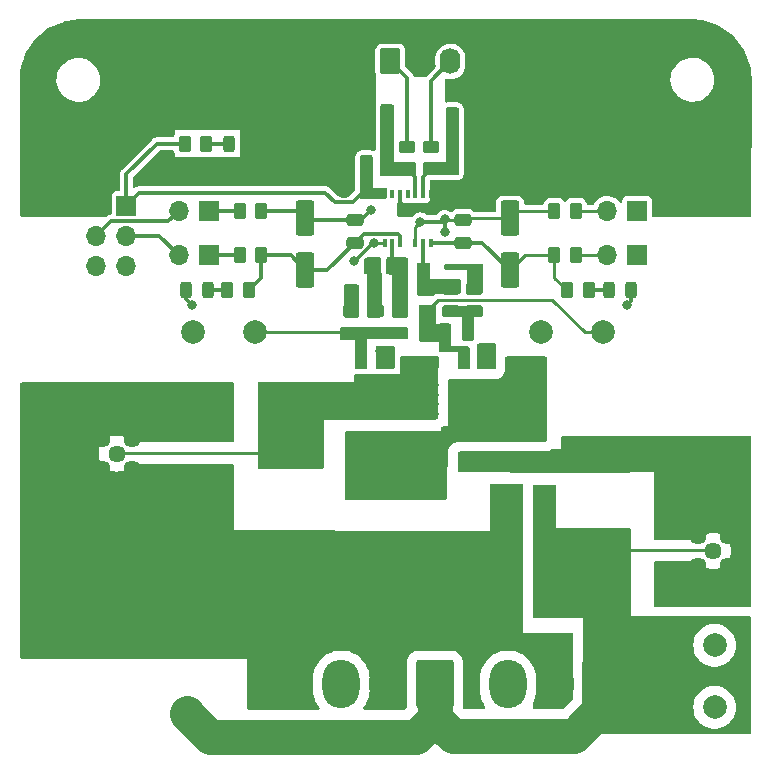
<source format=gbr>
%TF.GenerationSoftware,KiCad,Pcbnew,7.0.9*%
%TF.CreationDate,2024-01-03T10:23:19+05:30*%
%TF.ProjectId,RnD_6th_sem,526e445f-3674-4685-9f73-656d2e6b6963,rev?*%
%TF.SameCoordinates,Original*%
%TF.FileFunction,Copper,L1,Top*%
%TF.FilePolarity,Positive*%
%FSLAX46Y46*%
G04 Gerber Fmt 4.6, Leading zero omitted, Abs format (unit mm)*
G04 Created by KiCad (PCBNEW 7.0.9) date 2024-01-03 10:23:19*
%MOMM*%
%LPD*%
G01*
G04 APERTURE LIST*
G04 Aperture macros list*
%AMRoundRect*
0 Rectangle with rounded corners*
0 $1 Rounding radius*
0 $2 $3 $4 $5 $6 $7 $8 $9 X,Y pos of 4 corners*
0 Add a 4 corners polygon primitive as box body*
4,1,4,$2,$3,$4,$5,$6,$7,$8,$9,$2,$3,0*
0 Add four circle primitives for the rounded corners*
1,1,$1+$1,$2,$3*
1,1,$1+$1,$4,$5*
1,1,$1+$1,$6,$7*
1,1,$1+$1,$8,$9*
0 Add four rect primitives between the rounded corners*
20,1,$1+$1,$2,$3,$4,$5,0*
20,1,$1+$1,$4,$5,$6,$7,0*
20,1,$1+$1,$6,$7,$8,$9,0*
20,1,$1+$1,$8,$9,$2,$3,0*%
G04 Aperture macros list end*
%TA.AperFunction,SMDPad,CuDef*%
%ADD10RoundRect,0.243750X0.243750X0.456250X-0.243750X0.456250X-0.243750X-0.456250X0.243750X-0.456250X0*%
%TD*%
%TA.AperFunction,ComponentPad*%
%ADD11RoundRect,0.250000X-0.620000X-0.845000X0.620000X-0.845000X0.620000X0.845000X-0.620000X0.845000X0*%
%TD*%
%TA.AperFunction,ComponentPad*%
%ADD12O,1.740000X2.190000*%
%TD*%
%TA.AperFunction,SMDPad,CuDef*%
%ADD13RoundRect,0.250000X-0.262500X-0.450000X0.262500X-0.450000X0.262500X0.450000X-0.262500X0.450000X0*%
%TD*%
%TA.AperFunction,ComponentPad*%
%ADD14R,1.700000X1.700000*%
%TD*%
%TA.AperFunction,ComponentPad*%
%ADD15O,1.700000X1.700000*%
%TD*%
%TA.AperFunction,ComponentPad*%
%ADD16R,1.500000X1.500000*%
%TD*%
%TA.AperFunction,ComponentPad*%
%ADD17C,1.500000*%
%TD*%
%TA.AperFunction,SMDPad,CuDef*%
%ADD18RoundRect,0.250000X0.550000X-1.250000X0.550000X1.250000X-0.550000X1.250000X-0.550000X-1.250000X0*%
%TD*%
%TA.AperFunction,SMDPad,CuDef*%
%ADD19R,0.350000X0.800000*%
%TD*%
%TA.AperFunction,SMDPad,CuDef*%
%ADD20RoundRect,0.250000X0.262500X0.450000X-0.262500X0.450000X-0.262500X-0.450000X0.262500X-0.450000X0*%
%TD*%
%TA.AperFunction,SMDPad,CuDef*%
%ADD21RoundRect,0.250000X-0.250000X-0.475000X0.250000X-0.475000X0.250000X0.475000X-0.250000X0.475000X0*%
%TD*%
%TA.AperFunction,SMDPad,CuDef*%
%ADD22RoundRect,0.250000X0.325000X0.650000X-0.325000X0.650000X-0.325000X-0.650000X0.325000X-0.650000X0*%
%TD*%
%TA.AperFunction,ComponentPad*%
%ADD23C,2.000000*%
%TD*%
%TA.AperFunction,ComponentPad*%
%ADD24C,1.446000*%
%TD*%
%TA.AperFunction,SMDPad,CuDef*%
%ADD25RoundRect,0.250000X-0.450000X0.262500X-0.450000X-0.262500X0.450000X-0.262500X0.450000X0.262500X0*%
%TD*%
%TA.AperFunction,SMDPad,CuDef*%
%ADD26R,1.000000X1.000000*%
%TD*%
%TA.AperFunction,SMDPad,CuDef*%
%ADD27R,6.940000X3.200000*%
%TD*%
%TA.AperFunction,SMDPad,CuDef*%
%ADD28RoundRect,0.250000X0.250000X0.475000X-0.250000X0.475000X-0.250000X-0.475000X0.250000X-0.475000X0*%
%TD*%
%TA.AperFunction,SMDPad,CuDef*%
%ADD29R,5.450000X2.700000*%
%TD*%
%TA.AperFunction,SMDPad,CuDef*%
%ADD30R,0.600000X0.450000*%
%TD*%
%TA.AperFunction,ComponentPad*%
%ADD31RoundRect,0.250000X1.330000X1.800000X-1.330000X1.800000X-1.330000X-1.800000X1.330000X-1.800000X0*%
%TD*%
%TA.AperFunction,ComponentPad*%
%ADD32O,3.160000X4.100000*%
%TD*%
%TA.AperFunction,SMDPad,CuDef*%
%ADD33RoundRect,0.243750X-0.243750X-0.456250X0.243750X-0.456250X0.243750X0.456250X-0.243750X0.456250X0*%
%TD*%
%TA.AperFunction,SMDPad,CuDef*%
%ADD34RoundRect,0.250000X-0.475000X0.250000X-0.475000X-0.250000X0.475000X-0.250000X0.475000X0.250000X0*%
%TD*%
%TA.AperFunction,ViaPad*%
%ADD35C,0.800000*%
%TD*%
%TA.AperFunction,Conductor*%
%ADD36C,0.300000*%
%TD*%
%TA.AperFunction,Conductor*%
%ADD37C,0.250000*%
%TD*%
%TA.AperFunction,Conductor*%
%ADD38C,3.000000*%
%TD*%
G04 APERTURE END LIST*
D10*
%TO.P,D5,1,K*%
%TO.N,GND*%
X125462500Y-58310000D03*
%TO.P,D5,2,A*%
%TO.N,Net-(D5-A)*%
X123587500Y-58310000D03*
%TD*%
D11*
%TO.P,J2,1,Pin_1*%
%TO.N,Net-(J2-Pin_1)*%
X137235000Y-51330000D03*
D12*
%TO.P,J2,2,Pin_2*%
%TO.N,GND*%
X139775000Y-51330000D03*
%TO.P,J2,3,Pin_3*%
%TO.N,Net-(J2-Pin_3)*%
X142315000Y-51330000D03*
%TD*%
D13*
%TO.P,R16,1*%
%TO.N,PWM1*%
X142492500Y-55910000D03*
%TO.P,R16,2*%
%TO.N,GND*%
X144317500Y-55910000D03*
%TD*%
D14*
%TO.P,J6,1,Pin_1*%
%TO.N,Net-(J6-Pin_1)*%
X121855000Y-67760000D03*
D15*
%TO.P,J6,2,Pin_2*%
%TO.N,VCCB*%
X119315000Y-67760000D03*
%TD*%
D16*
%TO.P,C10,1*%
%TO.N,HVDC+*%
X120030000Y-106510000D03*
D17*
%TO.P,C10,2*%
%TO.N,GND3*%
X120030000Y-99010000D03*
%TD*%
D13*
%TO.P,R12,1*%
%TO.N,Net-(D7-A)*%
X123412500Y-70710000D03*
%TO.P,R12,2*%
%TO.N,LED2*%
X125237500Y-70710000D03*
%TD*%
D18*
%TO.P,C16,1*%
%TO.N,LED2*%
X130025000Y-69010000D03*
%TO.P,C16,2*%
%TO.N,gnd-2*%
X130025000Y-64610000D03*
%TD*%
D19*
%TO.P,IC1,1,GNDI*%
%TO.N,GND*%
X140642500Y-62545000D03*
%TO.P,IC1,2,INA*%
%TO.N,PWM1*%
X139992500Y-62545000D03*
%TO.P,IC1,3,INB*%
%TO.N,PWM2*%
X139342500Y-62545000D03*
%TO.P,IC1,4,SLDON*%
%TO.N,unconnected-(IC1-SLDON-Pad4)*%
X138692500Y-62545000D03*
%TO.P,IC1,5,DISABLE*%
%TO.N,GND*%
X138042500Y-62545000D03*
%TO.P,IC1,6,N.C.*%
%TO.N,unconnected-(IC1-N.C.-Pad6)*%
X137392500Y-62545000D03*
%TO.P,IC1,7,VDDI*%
%TO.N,+3.3V*%
X136742500Y-62545000D03*
%TO.P,IC1,8,GNDB*%
%TO.N,gnd-2*%
X136742500Y-66695000D03*
%TO.P,IC1,9,OUTB*%
%TO.N,OUTB*%
X137392500Y-66695000D03*
%TO.P,IC1,10,VDDB*%
%TO.N,LED2*%
X138042500Y-66695000D03*
%TO.P,IC1,11,GNDA*%
%TO.N,gnd-1*%
X139342500Y-66695000D03*
%TO.P,IC1,12,OUTA*%
%TO.N,OUTA*%
X139992500Y-66695000D03*
%TO.P,IC1,13,VDDA*%
%TO.N,LED1*%
X140642500Y-66695000D03*
%TD*%
D20*
%TO.P,R8,1*%
%TO.N,HVDC+*%
X149792500Y-97460000D03*
%TO.P,R8,2*%
%TO.N,GND3*%
X147967500Y-97460000D03*
%TD*%
D21*
%TO.P,C1,1*%
%TO.N,GND*%
X133275000Y-62110000D03*
%TO.P,C1,2*%
%TO.N,+3.3V*%
X135175000Y-62110000D03*
%TD*%
D22*
%TO.P,C9,1*%
%TO.N,HVDC+*%
X150430000Y-88260000D03*
%TO.P,C9,2*%
%TO.N,GND3*%
X147480000Y-88260000D03*
%TD*%
D23*
%TO.P,TP5,1,1*%
%TO.N,gnd-1*%
X149980000Y-74260000D03*
%TD*%
D24*
%TO.P,J9,1,1*%
%TO.N,HVDC+*%
X164550000Y-92780000D03*
%TO.P,J9,2,2*%
%TO.N,Net-(J9-Pad2)*%
X163280000Y-91510000D03*
%TO.P,J9,3,3*%
X163280000Y-94050000D03*
%TO.P,J9,4,4*%
X165820000Y-94050000D03*
%TO.P,J9,5,5*%
X165820000Y-91510000D03*
%TD*%
D13*
%TO.P,FB2,1*%
%TO.N,Net-(J7-Pin_1)*%
X124467500Y-63970000D03*
%TO.P,FB2,2*%
%TO.N,gnd-2*%
X126292500Y-63970000D03*
%TD*%
D25*
%TO.P,R13,1*%
%TO.N,Net-(J2-Pin_1)*%
X138675000Y-58597500D03*
%TO.P,R13,2*%
%TO.N,PWM2*%
X138675000Y-60422500D03*
%TD*%
%TO.P,R1,1*%
%TO.N,OUTB*%
X138030000Y-72497500D03*
%TO.P,R1,2*%
%TO.N,Net-(Q2-G)*%
X138030000Y-74322500D03*
%TD*%
%TO.P,R3,1*%
%TO.N,OUTA*%
X140342500Y-70597500D03*
%TO.P,R3,2*%
%TO.N,Net-(Q1-G)*%
X140342500Y-72422500D03*
%TD*%
D22*
%TO.P,C8,1*%
%TO.N,HVDC+*%
X150430000Y-90610000D03*
%TO.P,C8,2*%
%TO.N,GND3*%
X147480000Y-90610000D03*
%TD*%
D10*
%TO.P,D6,1,K*%
%TO.N,gnd-1*%
X157610000Y-70710000D03*
%TO.P,D6,2,A*%
%TO.N,Net-(D6-A)*%
X155735000Y-70710000D03*
%TD*%
D23*
%TO.P,TP4,1,1*%
%TO.N,Net-(J1-Pin_3)*%
X164680000Y-100760000D03*
%TD*%
D20*
%TO.P,R10,1*%
%TO.N,Net-(D5-A)*%
X121637500Y-58310000D03*
%TO.P,R10,2*%
%TO.N,+3.3V*%
X119812500Y-58310000D03*
%TD*%
D26*
%TO.P,Q1,1,D*%
%TO.N,Net-(J9-Pad2)*%
X143420000Y-84890000D03*
%TO.P,Q1,2,D*%
X145420000Y-84890000D03*
%TO.P,Q1,3,D*%
X147420000Y-84890000D03*
%TO.P,Q1,4,D*%
X149420000Y-84890000D03*
%TO.P,Q1,5,S*%
%TO.N,Net-(J1-Pin_3)*%
X149420000Y-76890000D03*
%TO.P,Q1,6,S*%
X147420000Y-76890000D03*
%TO.P,Q1,7,SS*%
%TO.N,gnd-1*%
X145420000Y-76890000D03*
%TO.P,Q1,8,G*%
%TO.N,Net-(Q1-G)*%
X143420000Y-76890000D03*
D27*
%TO.P,Q1,9,S*%
%TO.N,Net-(J1-Pin_3)*%
X146420000Y-79990000D03*
%TD*%
D25*
%TO.P,R2,1*%
%TO.N,OUTA*%
X142342500Y-70597500D03*
%TO.P,R2,2*%
%TO.N,Net-(C5-Pad1)*%
X142342500Y-72422500D03*
%TD*%
D14*
%TO.P,J7,1,Pin_1*%
%TO.N,Net-(J7-Pin_1)*%
X121855000Y-63970000D03*
D15*
%TO.P,J7,2,Pin_2*%
%TO.N,GND2*%
X119315000Y-63970000D03*
%TD*%
D25*
%TO.P,R5,1*%
%TO.N,Net-(D1-A)*%
X144342500Y-70597500D03*
%TO.P,R5,2*%
%TO.N,Net-(C5-Pad1)*%
X144342500Y-72422500D03*
%TD*%
D28*
%TO.P,C14,1*%
%TO.N,GND*%
X144375000Y-57910000D03*
%TO.P,C14,2*%
%TO.N,PWM1*%
X142475000Y-57910000D03*
%TD*%
D13*
%TO.P,FB1,1*%
%TO.N,gnd-1*%
X151117500Y-63970000D03*
%TO.P,FB1,2*%
%TO.N,Net-(J8-Pin_2)*%
X152942500Y-63970000D03*
%TD*%
%TO.P,FB4,1*%
%TO.N,LED1*%
X151117500Y-67760000D03*
%TO.P,FB4,2*%
%TO.N,Net-(J5-Pin_2)*%
X152942500Y-67760000D03*
%TD*%
D25*
%TO.P,R4,1*%
%TO.N,Net-(D2-K)*%
X135980000Y-72497500D03*
%TO.P,R4,2*%
%TO.N,Net-(Q2-G)*%
X135980000Y-74322500D03*
%TD*%
D20*
%TO.P,R11,1*%
%TO.N,Net-(D6-A)*%
X154025000Y-70710000D03*
%TO.P,R11,2*%
%TO.N,LED1*%
X152200000Y-70710000D03*
%TD*%
D21*
%TO.P,C13,1*%
%TO.N,GND*%
X135005000Y-57910000D03*
%TO.P,C13,2*%
%TO.N,PWM2*%
X136905000Y-57910000D03*
%TD*%
D14*
%TO.P,J4,1,Pin_1*%
%TO.N,+3.3V*%
X114880000Y-63530000D03*
D15*
%TO.P,J4,2,Pin_2*%
%TO.N,GND*%
X112340000Y-63530000D03*
%TO.P,J4,3,Pin_3*%
%TO.N,VCCB*%
X114880000Y-66070000D03*
%TO.P,J4,4,Pin_4*%
%TO.N,GND2*%
X112340000Y-66070000D03*
%TO.P,J4,5,Pin_5*%
%TO.N,VCCA*%
X114880000Y-68610000D03*
%TO.P,J4,6,Pin_6*%
%TO.N,GND1*%
X112340000Y-68610000D03*
%TD*%
D14*
%TO.P,J5,1,Pin_1*%
%TO.N,VCCA*%
X158130000Y-67760000D03*
D15*
%TO.P,J5,2,Pin_2*%
%TO.N,Net-(J5-Pin_2)*%
X155590000Y-67760000D03*
%TD*%
D28*
%TO.P,C5,1*%
%TO.N,Net-(C5-Pad1)*%
X143780000Y-74260000D03*
%TO.P,C5,2*%
%TO.N,Net-(Q1-G)*%
X141880000Y-74260000D03*
%TD*%
D29*
%TO.P,R9,1*%
%TO.N,Net-(J10-Pad1)*%
X128780000Y-84510000D03*
%TO.P,R9,2*%
%TO.N,GND3*%
X128780000Y-92810000D03*
%TD*%
D26*
%TO.P,Q2,1,D*%
%TO.N,Net-(J1-Pin_3)*%
X134760000Y-84860000D03*
%TO.P,Q2,2,D*%
X136760000Y-84860000D03*
%TO.P,Q2,3,D*%
X138760000Y-84860000D03*
%TO.P,Q2,4,D*%
X140760000Y-84860000D03*
%TO.P,Q2,5,S*%
%TO.N,Net-(J10-Pad1)*%
X140760000Y-76860000D03*
%TO.P,Q2,6,S*%
X138760000Y-76860000D03*
%TO.P,Q2,7,SS*%
%TO.N,gnd-2*%
X136760000Y-76860000D03*
%TO.P,Q2,8,G*%
%TO.N,Net-(Q2-G)*%
X134760000Y-76860000D03*
D27*
%TO.P,Q2,9,S*%
%TO.N,Net-(J10-Pad1)*%
X137760000Y-79960000D03*
%TD*%
D30*
%TO.P,D2,1,K*%
%TO.N,Net-(D2-K)*%
X135980000Y-70610000D03*
%TO.P,D2,2,A*%
%TO.N,Net-(D2-A)*%
X133880000Y-70610000D03*
%TD*%
D28*
%TO.P,C4,1*%
%TO.N,OUTB*%
X137392500Y-68610000D03*
%TO.P,C4,2*%
%TO.N,Net-(D2-K)*%
X135492500Y-68610000D03*
%TD*%
D31*
%TO.P,J3,1,Pin_1*%
%TO.N,HVDC+*%
X141000000Y-104060000D03*
D32*
%TO.P,J3,2,Pin_2*%
%TO.N,GND3*%
X137040000Y-104060000D03*
%TO.P,J3,3,Pin_3*%
%TO.N,Net-(J1-Pin_3)*%
X133080000Y-104060000D03*
%TD*%
D25*
%TO.P,R14,1*%
%TO.N,Net-(J2-Pin_3)*%
X140675000Y-58597500D03*
%TO.P,R14,2*%
%TO.N,PWM1*%
X140675000Y-60422500D03*
%TD*%
D23*
%TO.P,TP2,1,1*%
%TO.N,Net-(Q2-G)*%
X125780000Y-74260000D03*
%TD*%
D24*
%TO.P,J10,1,1*%
%TO.N,Net-(J10-Pad1)*%
X114050000Y-84530000D03*
%TO.P,J10,2,2*%
%TO.N,GND3*%
X112780000Y-83260000D03*
%TO.P,J10,3,3*%
X112780000Y-85800000D03*
%TO.P,J10,4,4*%
X115320000Y-85800000D03*
%TO.P,J10,5,5*%
X115320000Y-83260000D03*
%TD*%
D33*
%TO.P,D7,1,K*%
%TO.N,gnd-2*%
X119900000Y-70710000D03*
%TO.P,D7,2,A*%
%TO.N,Net-(D7-A)*%
X121775000Y-70710000D03*
%TD*%
D20*
%TO.P,R15,1*%
%TO.N,PWM2*%
X136887500Y-55910000D03*
%TO.P,R15,2*%
%TO.N,GND*%
X135062500Y-55910000D03*
%TD*%
D23*
%TO.P,TP1,1,1*%
%TO.N,Net-(Q1-G)*%
X155230000Y-74260000D03*
%TD*%
D22*
%TO.P,C7,1*%
%TO.N,HVDC+*%
X150430000Y-95310000D03*
%TO.P,C7,2*%
%TO.N,GND3*%
X147480000Y-95310000D03*
%TD*%
D29*
%TO.P,R7,1*%
%TO.N,Net-(J9-Pad2)*%
X154780000Y-84620000D03*
%TO.P,R7,2*%
%TO.N,HVDC+*%
X154780000Y-92920000D03*
%TD*%
D30*
%TO.P,D1,1,K*%
%TO.N,OUTA*%
X139997500Y-68760000D03*
%TO.P,D1,2,A*%
%TO.N,Net-(D1-A)*%
X142097500Y-68760000D03*
%TD*%
D31*
%TO.P,J1,1,Pin_1*%
%TO.N,HVDC+*%
X155100000Y-104060000D03*
D32*
%TO.P,J1,2,Pin_2*%
%TO.N,GND3*%
X151140000Y-104060000D03*
%TO.P,J1,3,Pin_3*%
%TO.N,Net-(J1-Pin_3)*%
X147180000Y-104060000D03*
%TD*%
D34*
%TO.P,C3,1*%
%TO.N,gnd-2*%
X134225000Y-64760000D03*
%TO.P,C3,2*%
%TO.N,LED2*%
X134225000Y-66660000D03*
%TD*%
D21*
%TO.P,C11,1*%
%TO.N,GND*%
X133275000Y-60010000D03*
%TO.P,C11,2*%
%TO.N,+3.3V*%
X135175000Y-60010000D03*
%TD*%
D14*
%TO.P,J8,1,Pin_1*%
%TO.N,GND1*%
X158125000Y-63970000D03*
D15*
%TO.P,J8,2,Pin_2*%
%TO.N,Net-(J8-Pin_2)*%
X155585000Y-63970000D03*
%TD*%
D23*
%TO.P,TP6,1,1*%
%TO.N,GND3*%
X164680000Y-106010000D03*
%TD*%
D20*
%TO.P,FB3,1*%
%TO.N,LED2*%
X126292500Y-67760000D03*
%TO.P,FB3,2*%
%TO.N,Net-(J6-Pin_1)*%
X124467500Y-67760000D03*
%TD*%
D34*
%TO.P,C2,1*%
%TO.N,gnd-1*%
X143375000Y-64760000D03*
%TO.P,C2,2*%
%TO.N,LED1*%
X143375000Y-66660000D03*
%TD*%
D23*
%TO.P,TP3,1,1*%
%TO.N,gnd-2*%
X120530000Y-74260000D03*
%TD*%
D18*
%TO.P,C15,1*%
%TO.N,LED1*%
X147362500Y-69010000D03*
%TO.P,C15,2*%
%TO.N,gnd-1*%
X147362500Y-64610000D03*
%TD*%
D22*
%TO.P,C6,1*%
%TO.N,HVDC+*%
X150430000Y-92960000D03*
%TO.P,C6,2*%
%TO.N,GND3*%
X147480000Y-92960000D03*
%TD*%
D25*
%TO.P,R6,1*%
%TO.N,Net-(D2-A)*%
X133930000Y-72497500D03*
%TO.P,R6,2*%
%TO.N,Net-(Q2-G)*%
X133930000Y-74322500D03*
%TD*%
D35*
%TO.N,gnd-1*%
X145780000Y-75710000D03*
X144980000Y-75710000D03*
X139775000Y-64910000D03*
X141825000Y-64710000D03*
X141825000Y-65760000D03*
X157280000Y-71910000D03*
%TO.N,gnd-2*%
X135625000Y-63910000D03*
X136380000Y-75810000D03*
X134130000Y-68210000D03*
X120430000Y-71960000D03*
X135875000Y-66660000D03*
X137180000Y-75810000D03*
%TO.N,Net-(J10-Pad1)*%
X139280000Y-81160000D03*
X140080000Y-79560000D03*
X140880000Y-78760000D03*
X135280000Y-80360000D03*
X136080000Y-79560000D03*
X134480000Y-81160000D03*
X136880000Y-78760000D03*
X136080000Y-81160000D03*
X136080000Y-78760000D03*
X136080000Y-80360000D03*
X140880000Y-80360000D03*
X140880000Y-79560000D03*
X135280000Y-79560000D03*
X138480000Y-80360000D03*
X140880000Y-81160000D03*
X134480000Y-79560000D03*
X138480000Y-79560000D03*
X139280000Y-78760000D03*
X140080000Y-81160000D03*
X134480000Y-80360000D03*
X139280000Y-80360000D03*
X138480000Y-81160000D03*
X138480000Y-78760000D03*
X137680000Y-79560000D03*
X135280000Y-81160000D03*
X140080000Y-80360000D03*
X136880000Y-81160000D03*
X134480000Y-78760000D03*
X139280000Y-79560000D03*
X136880000Y-79560000D03*
X137680000Y-78760000D03*
X137680000Y-80360000D03*
X136880000Y-80360000D03*
X140080000Y-78760000D03*
X135280000Y-78760000D03*
X137680000Y-81160000D03*
%TO.N,Net-(J1-Pin_3)*%
X148180000Y-79560000D03*
X148980000Y-79560000D03*
X134980000Y-87860000D03*
X144180000Y-80360000D03*
X134980000Y-87060000D03*
X147380000Y-79560000D03*
X148980000Y-80360000D03*
X145780000Y-79560000D03*
X143380000Y-81160000D03*
X145780000Y-80360000D03*
X138180000Y-86260000D03*
X149780000Y-80360000D03*
X136580000Y-86260000D03*
X147380000Y-78760000D03*
X140580000Y-87860000D03*
X140580000Y-87060000D03*
X143380000Y-79560000D03*
X138980000Y-87860000D03*
X140580000Y-86260000D03*
X143380000Y-78760000D03*
X136580000Y-87860000D03*
X143380000Y-80360000D03*
X137380000Y-87860000D03*
X138180000Y-87860000D03*
X149780000Y-81160000D03*
X145780000Y-78760000D03*
X138980000Y-87060000D03*
X147380000Y-80360000D03*
X134180000Y-86260000D03*
X148180000Y-78760000D03*
X149780000Y-79560000D03*
X137380000Y-87060000D03*
X141380000Y-87860000D03*
X139780000Y-87060000D03*
X148180000Y-81160000D03*
X147380000Y-81160000D03*
X139780000Y-87860000D03*
X135780000Y-86260000D03*
X146580000Y-79560000D03*
X135780000Y-87860000D03*
X146580000Y-80360000D03*
X144980000Y-80360000D03*
X144980000Y-81160000D03*
X141380000Y-86260000D03*
X138980000Y-86260000D03*
X144180000Y-79560000D03*
X134180000Y-87060000D03*
X146580000Y-81160000D03*
X146580000Y-78760000D03*
X148980000Y-78760000D03*
X145780000Y-81160000D03*
X139780000Y-86260000D03*
X148980000Y-81160000D03*
X144980000Y-79560000D03*
X136580000Y-87060000D03*
X138180000Y-87060000D03*
X134180000Y-87860000D03*
X144980000Y-78760000D03*
X135780000Y-87060000D03*
X134980000Y-86260000D03*
X137380000Y-86260000D03*
X144180000Y-81160000D03*
X144180000Y-78760000D03*
X148180000Y-80360000D03*
X149780000Y-78760000D03*
X141380000Y-87060000D03*
%TD*%
D36*
%TO.N,GND*%
X138042500Y-63572500D02*
X138180000Y-63710000D01*
X138042500Y-62545000D02*
X138042500Y-63572500D01*
%TO.N,+3.3V*%
X131730000Y-62460000D02*
X115950000Y-62460000D01*
X132530000Y-63260000D02*
X131730000Y-62460000D01*
X115950000Y-62460000D02*
X114880000Y-63530000D01*
X114880000Y-63530000D02*
X114880000Y-60900000D01*
X119812500Y-58310000D02*
X117470000Y-58310000D01*
X114880000Y-60900000D02*
X117470000Y-58310000D01*
X135175000Y-62110000D02*
X134025000Y-63260000D01*
X134025000Y-63260000D02*
X132530000Y-63260000D01*
%TO.N,VCCB*%
X117625000Y-66070000D02*
X119315000Y-67760000D01*
X114880000Y-66070000D02*
X117625000Y-66070000D01*
D37*
%TO.N,LED1*%
X151117500Y-67760000D02*
X151117500Y-69627500D01*
X148612500Y-67760000D02*
X147362500Y-69010000D01*
D36*
X145012500Y-66660000D02*
X147362500Y-69010000D01*
X143340000Y-66695000D02*
X140642500Y-66695000D01*
X143375000Y-66660000D02*
X145012500Y-66660000D01*
D37*
X151117500Y-67760000D02*
X148612500Y-67760000D01*
D36*
X143375000Y-66660000D02*
X143340000Y-66695000D01*
D37*
X151117500Y-69627500D02*
X152200000Y-70710000D01*
D36*
%TO.N,GND2*%
X118415000Y-64870000D02*
X113540000Y-64870000D01*
X113540000Y-64870000D02*
X112340000Y-66070000D01*
X119315000Y-63970000D02*
X118415000Y-64870000D01*
%TO.N,OUTA*%
X139992500Y-68755000D02*
X139997500Y-68760000D01*
X139992500Y-66695000D02*
X139992500Y-68755000D01*
D37*
%TO.N,Net-(Q1-G)*%
X155230000Y-74260000D02*
X153680000Y-74260000D01*
X153680000Y-74260000D02*
X150930000Y-71510000D01*
X150930000Y-71510000D02*
X141255000Y-71510000D01*
X141255000Y-71510000D02*
X140342500Y-72422500D01*
D36*
%TO.N,Net-(D5-A)*%
X121637500Y-58310000D02*
X123587500Y-58310000D01*
%TO.N,Net-(D6-A)*%
X154025000Y-70710000D02*
X155735000Y-70710000D01*
%TO.N,Net-(D7-A)*%
X123412500Y-70710000D02*
X121775000Y-70710000D01*
D37*
%TO.N,Net-(J8-Pin_2)*%
X155585000Y-63970000D02*
X152942500Y-63970000D01*
D36*
%TO.N,Net-(J7-Pin_1)*%
X121855000Y-63970000D02*
X124467500Y-63970000D01*
D38*
%TO.N,HVDC+*%
X139390000Y-108515000D02*
X141000000Y-106905000D01*
X155100000Y-106105000D02*
X155100000Y-104060000D01*
D37*
X164502000Y-92732000D02*
X154968000Y-92732000D01*
X164550000Y-92780000D02*
X164502000Y-92732000D01*
D38*
X141000000Y-104060000D02*
X141000000Y-106975000D01*
X152740000Y-108465000D02*
X155100000Y-106105000D01*
X141000000Y-106975000D02*
X142490000Y-108465000D01*
X121985000Y-108515000D02*
X120030000Y-106560000D01*
X142490000Y-108465000D02*
X152740000Y-108465000D01*
X120030000Y-106560000D02*
X120030000Y-106510000D01*
X141000000Y-106905000D02*
X141000000Y-104060000D01*
X121985000Y-108515000D02*
X139390000Y-108515000D01*
D37*
X154968000Y-92732000D02*
X154780000Y-92920000D01*
D36*
%TO.N,PWM1*%
X139992500Y-61105000D02*
X140675000Y-60422500D01*
X139992500Y-62545000D02*
X139992500Y-61105000D01*
%TO.N,PWM2*%
X139342500Y-61090000D02*
X138675000Y-60422500D01*
X139342500Y-62545000D02*
X139342500Y-61090000D01*
%TO.N,OUTB*%
X137392500Y-66695000D02*
X137392500Y-68610000D01*
D37*
%TO.N,gnd-1*%
X139775000Y-64910000D02*
X139342500Y-65342500D01*
X141875000Y-64760000D02*
X143875000Y-64760000D01*
X151117500Y-63970000D02*
X148002500Y-63970000D01*
X144025000Y-64610000D02*
X147362500Y-64610000D01*
X141825000Y-64710000D02*
X141875000Y-64760000D01*
D36*
X157280000Y-71910000D02*
X157610000Y-71580000D01*
D37*
X139342500Y-65342500D02*
X139342500Y-66695000D01*
D36*
X157610000Y-71580000D02*
X157610000Y-70710000D01*
X141625000Y-64910000D02*
X139775000Y-64910000D01*
D37*
X148002500Y-63970000D02*
X147362500Y-64610000D01*
D36*
X141825000Y-64710000D02*
X141825000Y-65760000D01*
X141825000Y-64710000D02*
X141625000Y-64910000D01*
D37*
X143875000Y-64760000D02*
X144025000Y-64610000D01*
D36*
%TO.N,LED2*%
X126292500Y-69655000D02*
X125237500Y-70710000D01*
X128775000Y-67760000D02*
X130025000Y-69010000D01*
X138042500Y-66070000D02*
X138042500Y-66695000D01*
X126292500Y-67760000D02*
X126292500Y-69655000D01*
X130025000Y-69010000D02*
X131875000Y-69010000D01*
X134225000Y-66660000D02*
X134975000Y-65910000D01*
X134975000Y-65910000D02*
X137882500Y-65910000D01*
X137882500Y-65910000D02*
X138042500Y-66070000D01*
X126292500Y-67760000D02*
X128775000Y-67760000D01*
X131875000Y-69010000D02*
X134225000Y-66660000D01*
%TO.N,gnd-2*%
X129385000Y-63970000D02*
X130025000Y-64610000D01*
X134225000Y-64760000D02*
X130175000Y-64760000D01*
X135798528Y-66660000D02*
X135875000Y-66660000D01*
X134225000Y-64760000D02*
X134775000Y-64760000D01*
D37*
X135875000Y-66660000D02*
X135910000Y-66695000D01*
D36*
X134130000Y-68210000D02*
X134248528Y-68210000D01*
X119900000Y-71430000D02*
X119900000Y-70710000D01*
X130175000Y-64760000D02*
X130025000Y-64610000D01*
X126292500Y-63970000D02*
X129385000Y-63970000D01*
X134775000Y-64760000D02*
X135625000Y-63910000D01*
X134248528Y-68210000D02*
X135798528Y-66660000D01*
D37*
X135910000Y-66695000D02*
X136742500Y-66695000D01*
D36*
X120430000Y-71960000D02*
X119900000Y-71430000D01*
%TO.N,Net-(J6-Pin_1)*%
X121855000Y-67760000D02*
X124467500Y-67760000D01*
D37*
%TO.N,Net-(J5-Pin_2)*%
X155590000Y-67760000D02*
X152942500Y-67760000D01*
%TO.N,Net-(J10-Pad1)*%
X128780000Y-84510000D02*
X114070000Y-84510000D01*
X137550000Y-79960000D02*
X137520000Y-79990000D01*
X114070000Y-84510000D02*
X114050000Y-84530000D01*
D36*
%TO.N,Net-(J2-Pin_1)*%
X138675000Y-52770000D02*
X138675000Y-58597500D01*
X137235000Y-51330000D02*
X138675000Y-52770000D01*
%TO.N,Net-(J2-Pin_3)*%
X140675000Y-52970000D02*
X140675000Y-58597500D01*
X142315000Y-51330000D02*
X140675000Y-52970000D01*
D37*
%TO.N,Net-(Q2-G)*%
X133867500Y-74260000D02*
X125780000Y-74260000D01*
X133930000Y-74322500D02*
X133867500Y-74260000D01*
%TD*%
%TA.AperFunction,Conductor*%
%TO.N,Net-(J1-Pin_3)*%
G36*
X150422121Y-76330002D02*
G01*
X150468614Y-76383658D01*
X150480000Y-76436000D01*
X150480000Y-83384000D01*
X150459998Y-83452121D01*
X150406342Y-83498614D01*
X150354000Y-83510000D01*
X142779999Y-83510000D01*
X142776464Y-83513534D01*
X142759998Y-83569615D01*
X142706342Y-83616108D01*
X142695616Y-83620423D01*
X142570474Y-83664212D01*
X142417739Y-83760182D01*
X142417737Y-83760183D01*
X142290183Y-83887737D01*
X142290182Y-83887739D01*
X142194212Y-84040474D01*
X142194211Y-84040477D01*
X142194211Y-84040478D01*
X142134632Y-84210745D01*
X142121701Y-84325510D01*
X142119500Y-84345045D01*
X142119500Y-85434954D01*
X142125690Y-85489892D01*
X142113441Y-85559824D01*
X142065328Y-85612032D01*
X142000482Y-85630000D01*
X133380000Y-85630000D01*
X133380000Y-82736000D01*
X133400002Y-82667879D01*
X133453658Y-82621386D01*
X133506000Y-82610000D01*
X141530000Y-82610000D01*
X141530000Y-82386543D01*
X141550002Y-82318422D01*
X141588963Y-82279856D01*
X141732262Y-82189816D01*
X141732265Y-82189812D01*
X141735178Y-82187491D01*
X141737420Y-82186575D01*
X141738255Y-82186051D01*
X141738346Y-82186197D01*
X141800907Y-82160655D01*
X141813740Y-82160000D01*
X142080000Y-82160000D01*
X142080000Y-81223817D01*
X142080269Y-81218002D01*
X142082151Y-81197675D01*
X142085643Y-81160000D01*
X142082743Y-81128712D01*
X142080269Y-81101996D01*
X142080000Y-81096181D01*
X142080000Y-80423817D01*
X142080269Y-80418002D01*
X142082151Y-80397675D01*
X142085643Y-80360000D01*
X142082743Y-80328712D01*
X142080269Y-80301996D01*
X142080000Y-80296181D01*
X142080000Y-79623817D01*
X142080269Y-79618002D01*
X142082151Y-79597675D01*
X142085643Y-79560000D01*
X142082743Y-79528712D01*
X142080269Y-79501996D01*
X142080000Y-79496181D01*
X142080000Y-78823817D01*
X142080269Y-78818002D01*
X142082151Y-78797675D01*
X142085643Y-78760000D01*
X142082743Y-78728712D01*
X142080269Y-78701996D01*
X142080000Y-78696181D01*
X142080000Y-78336000D01*
X142100002Y-78267879D01*
X142153658Y-78221386D01*
X142206000Y-78210000D01*
X143029833Y-78210000D01*
X143036890Y-78210395D01*
X143063149Y-78213354D01*
X143082189Y-78215500D01*
X143082190Y-78215500D01*
X143799385Y-78215500D01*
X143815894Y-78214614D01*
X143842455Y-78213191D01*
X143842464Y-78213190D01*
X143842463Y-78213191D01*
X143858446Y-78211472D01*
X143868788Y-78210360D01*
X143875517Y-78210000D01*
X144653643Y-78210000D01*
X144660700Y-78210395D01*
X144686959Y-78213354D01*
X144705999Y-78215500D01*
X144706000Y-78215500D01*
X146053994Y-78215500D01*
X146054000Y-78215500D01*
X146225217Y-78197093D01*
X146277559Y-78185707D01*
X146317463Y-78175954D01*
X146445223Y-78125311D01*
X146485141Y-78109488D01*
X146485142Y-78109487D01*
X146485141Y-78109487D01*
X146485145Y-78109486D01*
X146633831Y-78007371D01*
X146687487Y-77960878D01*
X146757869Y-77891918D01*
X146862995Y-77745346D01*
X146932870Y-77579055D01*
X146952872Y-77510934D01*
X146954772Y-77503644D01*
X146965302Y-77463251D01*
X146965303Y-77463243D01*
X146965304Y-77463241D01*
X146985500Y-77284000D01*
X146985500Y-76436000D01*
X147005502Y-76367879D01*
X147059158Y-76321386D01*
X147111500Y-76310000D01*
X150354000Y-76310000D01*
X150422121Y-76330002D01*
G37*
%TD.AperFunction*%
%TD*%
%TA.AperFunction,Conductor*%
%TO.N,PWM2*%
G36*
X137467121Y-54980002D02*
G01*
X137513614Y-55033658D01*
X137525000Y-55086000D01*
X137525000Y-59860000D01*
X139249000Y-59860000D01*
X139317121Y-59880002D01*
X139363614Y-59933658D01*
X139375000Y-59986000D01*
X139375000Y-60884000D01*
X139354998Y-60952121D01*
X139301342Y-60998614D01*
X139249000Y-61010000D01*
X136501000Y-61010000D01*
X136432879Y-60989998D01*
X136386386Y-60936342D01*
X136375000Y-60884000D01*
X136375000Y-55086000D01*
X136395002Y-55017879D01*
X136448658Y-54971386D01*
X136501000Y-54960000D01*
X137399000Y-54960000D01*
X137467121Y-54980002D01*
G37*
%TD.AperFunction*%
%TD*%
%TA.AperFunction,Conductor*%
%TO.N,Net-(Q1-G)*%
G36*
X140995931Y-71930002D02*
G01*
X141016905Y-71946905D01*
X141043095Y-71973095D01*
X141077121Y-72035407D01*
X141080000Y-72062190D01*
X141080000Y-73560000D01*
X142330000Y-73560000D01*
X142343095Y-73573095D01*
X142377121Y-73635407D01*
X142380000Y-73662190D01*
X142380000Y-75060000D01*
X139782190Y-75060000D01*
X139714069Y-75039998D01*
X139693095Y-75023095D01*
X139666905Y-74996905D01*
X139632879Y-74934593D01*
X139630000Y-74907810D01*
X139630000Y-72062190D01*
X139650002Y-71994069D01*
X139666905Y-71973095D01*
X139693095Y-71946905D01*
X139755407Y-71912879D01*
X139782190Y-71910000D01*
X140927810Y-71910000D01*
X140995931Y-71930002D01*
G37*
%TD.AperFunction*%
%TD*%
%TA.AperFunction,Conductor*%
%TO.N,Net-(D2-K)*%
G36*
X136030000Y-69310000D02*
G01*
X135106000Y-69310000D01*
X135037879Y-69289998D01*
X134991386Y-69236342D01*
X134980000Y-69184000D01*
X134980000Y-68309241D01*
X135000002Y-68241120D01*
X135016905Y-68220146D01*
X135290146Y-67946905D01*
X135352458Y-67912879D01*
X135379241Y-67910000D01*
X136030000Y-67910000D01*
X136030000Y-69310000D01*
G37*
%TD.AperFunction*%
%TD*%
%TA.AperFunction,Conductor*%
%TO.N,OUTB*%
G36*
X138645931Y-67930002D02*
G01*
X138666905Y-67946905D01*
X138693095Y-67973095D01*
X138727121Y-68035407D01*
X138730000Y-68062190D01*
X138730000Y-72857810D01*
X138709998Y-72925931D01*
X138693095Y-72946905D01*
X138666905Y-72973095D01*
X138604593Y-73007121D01*
X138577810Y-73010000D01*
X137482190Y-73010000D01*
X137414069Y-72989998D01*
X137393095Y-72973095D01*
X137366905Y-72946905D01*
X137332879Y-72884593D01*
X137330000Y-72857810D01*
X137330000Y-69460000D01*
X137330000Y-67910000D01*
X138577810Y-67910000D01*
X138645931Y-67930002D01*
G37*
%TD.AperFunction*%
%TD*%
%TA.AperFunction,Conductor*%
%TO.N,Net-(J9-Pad2)*%
G36*
X167722121Y-83030002D02*
G01*
X167768614Y-83083658D01*
X167780000Y-83136000D01*
X167780000Y-97378500D01*
X167759998Y-97446621D01*
X167706342Y-97493114D01*
X167654000Y-97504500D01*
X159656000Y-97504500D01*
X159587879Y-97484498D01*
X159541386Y-97430842D01*
X159530000Y-97378500D01*
X159530000Y-93783500D01*
X159550002Y-93715379D01*
X159603658Y-93668886D01*
X159656000Y-93657500D01*
X163237834Y-93657500D01*
X163305955Y-93677502D01*
X163333642Y-93701666D01*
X163469392Y-93860608D01*
X163651740Y-94016349D01*
X163856207Y-94141646D01*
X164077757Y-94233415D01*
X164310935Y-94289396D01*
X164550000Y-94308211D01*
X164789065Y-94289396D01*
X165022243Y-94233415D01*
X165243793Y-94141646D01*
X165448260Y-94016349D01*
X165630608Y-93860608D01*
X165786349Y-93678260D01*
X165911646Y-93473793D01*
X166003415Y-93252243D01*
X166059396Y-93019065D01*
X166078211Y-92780000D01*
X166059396Y-92540935D01*
X166003415Y-92307757D01*
X165911646Y-92086207D01*
X165786349Y-91881740D01*
X165630608Y-91699392D01*
X165448260Y-91543651D01*
X165243793Y-91418354D01*
X165022243Y-91326585D01*
X165022241Y-91326584D01*
X164862730Y-91288289D01*
X164789065Y-91270604D01*
X164550000Y-91251789D01*
X164310935Y-91270604D01*
X164077758Y-91326584D01*
X163856208Y-91418353D01*
X163651741Y-91543650D01*
X163469388Y-91699395D01*
X163415635Y-91762331D01*
X163356184Y-91801140D01*
X163319825Y-91806500D01*
X159656000Y-91806500D01*
X159587879Y-91786498D01*
X159541386Y-91732842D01*
X159530000Y-91680500D01*
X159530000Y-86110000D01*
X151780000Y-86110000D01*
X151780000Y-83032212D01*
X151815418Y-83012877D01*
X151842191Y-83010000D01*
X167654000Y-83010000D01*
X167722121Y-83030002D01*
G37*
%TD.AperFunction*%
%TD*%
%TA.AperFunction,Conductor*%
%TO.N,Net-(D2-K)*%
G36*
X136395931Y-67930002D02*
G01*
X136416905Y-67946905D01*
X136437595Y-67967595D01*
X136471621Y-68029907D01*
X136474500Y-68056690D01*
X136474500Y-69234009D01*
X136479639Y-69281799D01*
X136480000Y-69288539D01*
X136480000Y-72857810D01*
X136459998Y-72925931D01*
X136443095Y-72946905D01*
X136416905Y-72973095D01*
X136354593Y-73007121D01*
X136327810Y-73010000D01*
X135382190Y-73010000D01*
X135314069Y-72989998D01*
X135293095Y-72973095D01*
X135266905Y-72946905D01*
X135232879Y-72884593D01*
X135230000Y-72857810D01*
X135230000Y-69410000D01*
X135230000Y-68007051D01*
X135290146Y-67946905D01*
X135352458Y-67912879D01*
X135379241Y-67910000D01*
X136327810Y-67910000D01*
X136395931Y-67930002D01*
G37*
%TD.AperFunction*%
%TD*%
%TA.AperFunction,Conductor*%
%TO.N,gnd-1*%
G36*
X146122121Y-75230002D02*
G01*
X146168614Y-75283658D01*
X146180000Y-75336000D01*
X146180000Y-77284000D01*
X146159998Y-77352121D01*
X146106342Y-77398614D01*
X146054000Y-77410000D01*
X144706000Y-77410000D01*
X144637879Y-77389998D01*
X144591386Y-77336342D01*
X144580000Y-77284000D01*
X144580000Y-75336000D01*
X144600002Y-75267879D01*
X144653658Y-75221386D01*
X144706000Y-75210000D01*
X146054000Y-75210000D01*
X146122121Y-75230002D01*
G37*
%TD.AperFunction*%
%TD*%
%TA.AperFunction,Conductor*%
%TO.N,Net-(Q2-G)*%
G36*
X138672121Y-73830002D02*
G01*
X138718614Y-73883658D01*
X138730000Y-73936000D01*
X138730000Y-74734000D01*
X138709998Y-74802121D01*
X138656342Y-74848614D01*
X138604000Y-74860000D01*
X134630000Y-74860000D01*
X134630000Y-74910000D01*
X133106000Y-74910000D01*
X133037879Y-74889998D01*
X132991386Y-74836342D01*
X132980000Y-74784000D01*
X132980000Y-73936000D01*
X133000002Y-73867879D01*
X133053658Y-73821386D01*
X133106000Y-73810000D01*
X138604000Y-73810000D01*
X138672121Y-73830002D01*
G37*
%TD.AperFunction*%
%TD*%
%TA.AperFunction,Conductor*%
%TO.N,Net-(J10-Pad1)*%
G36*
X141274500Y-78705491D02*
G01*
X141274930Y-78724103D01*
X141276060Y-78748517D01*
X141276553Y-78755648D01*
X141276553Y-78764360D01*
X141276155Y-78770100D01*
X141276059Y-78771493D01*
X141274930Y-78795894D01*
X141274500Y-78814507D01*
X141274500Y-79505491D01*
X141274930Y-79524103D01*
X141276060Y-79548517D01*
X141276553Y-79555648D01*
X141276553Y-79564360D01*
X141276155Y-79570100D01*
X141276059Y-79571493D01*
X141274930Y-79595894D01*
X141274500Y-79614507D01*
X141274500Y-80305491D01*
X141274930Y-80324103D01*
X141276060Y-80348517D01*
X141276553Y-80355648D01*
X141276553Y-80364360D01*
X141276155Y-80370100D01*
X141276059Y-80371493D01*
X141274930Y-80395894D01*
X141274500Y-80414507D01*
X141274500Y-81105491D01*
X141274930Y-81124103D01*
X141276060Y-81148517D01*
X141276553Y-81155648D01*
X141276553Y-81164360D01*
X141276155Y-81170100D01*
X141276059Y-81171493D01*
X141274930Y-81195894D01*
X141274500Y-81214507D01*
X141274500Y-81456494D01*
X141254498Y-81524615D01*
X141215539Y-81563179D01*
X141160406Y-81597823D01*
X141160403Y-81597825D01*
X141160402Y-81597826D01*
X141116429Y-81632711D01*
X141050631Y-81659377D01*
X141038121Y-81660000D01*
X131580000Y-81660000D01*
X131580000Y-81759998D01*
X131580000Y-85707810D01*
X131559998Y-85775931D01*
X131543095Y-85796905D01*
X131516905Y-85823095D01*
X131454593Y-85857121D01*
X131427810Y-85860000D01*
X126132190Y-85860000D01*
X126064069Y-85839998D01*
X126043095Y-85823095D01*
X126016905Y-85796905D01*
X125982879Y-85734593D01*
X125980000Y-85707810D01*
X125980000Y-78612190D01*
X126000002Y-78544069D01*
X126016905Y-78523095D01*
X126043095Y-78496905D01*
X126105407Y-78462879D01*
X126132190Y-78460000D01*
X134034533Y-78460000D01*
X141274500Y-78460000D01*
X141274500Y-78705491D01*
G37*
%TD.AperFunction*%
%TD*%
%TA.AperFunction,Conductor*%
%TO.N,+3.3V*%
G36*
X135667121Y-59280002D02*
G01*
X135713614Y-59333658D01*
X135725000Y-59386000D01*
X135725000Y-62010000D01*
X136791000Y-62010000D01*
X136859121Y-62030002D01*
X136905614Y-62083658D01*
X136917000Y-62136000D01*
X136917001Y-62834000D01*
X136896999Y-62902121D01*
X136843343Y-62948614D01*
X136791001Y-62960000D01*
X134801000Y-62960000D01*
X134732879Y-62939998D01*
X134686386Y-62886342D01*
X134675000Y-62834000D01*
X134675000Y-59386000D01*
X134695002Y-59317879D01*
X134748658Y-59271386D01*
X134801000Y-59260000D01*
X135599000Y-59260000D01*
X135667121Y-59280002D01*
G37*
%TD.AperFunction*%
%TD*%
%TA.AperFunction,Conductor*%
%TO.N,Net-(J1-Pin_3)*%
G36*
X141980000Y-88334000D02*
G01*
X141959998Y-88402121D01*
X141906342Y-88448614D01*
X141854000Y-88460000D01*
X133506000Y-88460000D01*
X133437879Y-88439998D01*
X133391386Y-88386342D01*
X133380000Y-88334000D01*
X133380000Y-85630000D01*
X141980000Y-85630000D01*
X141980000Y-88334000D01*
G37*
%TD.AperFunction*%
%TD*%
%TA.AperFunction,Conductor*%
%TO.N,Net-(C5-Pad1)*%
G36*
X145022121Y-72055502D02*
G01*
X145068614Y-72109158D01*
X145080000Y-72161500D01*
X145080000Y-72807810D01*
X145059998Y-72875931D01*
X145043095Y-72896905D01*
X145016905Y-72923095D01*
X144954593Y-72957121D01*
X144927810Y-72960000D01*
X144280000Y-72960000D01*
X144280000Y-73059998D01*
X144280000Y-74807810D01*
X144259998Y-74875931D01*
X144243095Y-74896905D01*
X144216905Y-74923095D01*
X144154593Y-74957121D01*
X144127810Y-74960000D01*
X143432190Y-74960000D01*
X143364069Y-74939998D01*
X143343095Y-74923095D01*
X143316905Y-74896905D01*
X143282879Y-74834593D01*
X143280000Y-74807810D01*
X143280000Y-73060000D01*
X143280000Y-72960000D01*
X143180001Y-72960000D01*
X141782190Y-72960000D01*
X141714069Y-72939998D01*
X141693095Y-72923095D01*
X141666905Y-72896905D01*
X141632879Y-72834593D01*
X141630000Y-72807810D01*
X141630000Y-72161500D01*
X141650002Y-72093379D01*
X141703658Y-72046886D01*
X141756000Y-72035500D01*
X144954000Y-72035500D01*
X145022121Y-72055502D01*
G37*
%TD.AperFunction*%
%TD*%
%TA.AperFunction,Conductor*%
%TO.N,gnd-2*%
G36*
X137495931Y-75430002D02*
G01*
X137516905Y-75446905D01*
X137543095Y-75473095D01*
X137577121Y-75535407D01*
X137580000Y-75562190D01*
X137580000Y-77257810D01*
X137559998Y-77325931D01*
X137543095Y-77346905D01*
X137516905Y-77373095D01*
X137454593Y-77407121D01*
X137427810Y-77410000D01*
X136132190Y-77410000D01*
X136064069Y-77389998D01*
X136043095Y-77373095D01*
X136016905Y-77346905D01*
X135982879Y-77284593D01*
X135980000Y-77257810D01*
X135980000Y-75562190D01*
X136000002Y-75494069D01*
X136016905Y-75473095D01*
X136043095Y-75446905D01*
X136105407Y-75412879D01*
X136132190Y-75410000D01*
X137427810Y-75410000D01*
X137495931Y-75430002D01*
G37*
%TD.AperFunction*%
%TD*%
%TA.AperFunction,Conductor*%
%TO.N,Net-(Q1-G)*%
G36*
X142295931Y-73530002D02*
G01*
X142316905Y-73546905D01*
X142343095Y-73573095D01*
X142377121Y-73635407D01*
X142380000Y-73662190D01*
X142380000Y-75460000D01*
X143777810Y-75460000D01*
X143845931Y-75480002D01*
X143866905Y-75496905D01*
X143893095Y-75523095D01*
X143927121Y-75585407D01*
X143930000Y-75612190D01*
X143930000Y-77257810D01*
X143909998Y-77325931D01*
X143893095Y-77346905D01*
X143866905Y-77373095D01*
X143804593Y-77407121D01*
X143777810Y-77410000D01*
X143082190Y-77410000D01*
X143014069Y-77389998D01*
X142993095Y-77373095D01*
X142966905Y-77346905D01*
X142932879Y-77284593D01*
X142930000Y-77257810D01*
X142930000Y-76060000D01*
X142930000Y-75960000D01*
X142830001Y-75960000D01*
X141532190Y-75960000D01*
X141464069Y-75939998D01*
X141443095Y-75923095D01*
X141416905Y-75896905D01*
X141382879Y-75834593D01*
X141380000Y-75807810D01*
X141380000Y-75160000D01*
X141380000Y-73540404D01*
X141430405Y-73512880D01*
X141457190Y-73510000D01*
X142227810Y-73510000D01*
X142295931Y-73530002D01*
G37*
%TD.AperFunction*%
%TD*%
%TA.AperFunction,Conductor*%
%TO.N,HVDC+*%
G36*
X157572121Y-90880002D02*
G01*
X157618614Y-90933658D01*
X157630000Y-90986000D01*
X157630000Y-108260000D01*
X157580000Y-108260000D01*
X153656000Y-108260000D01*
X153587879Y-108239998D01*
X153541386Y-108186342D01*
X153530000Y-108134000D01*
X153530000Y-98460000D01*
X149406000Y-98460000D01*
X149337879Y-98439998D01*
X149291386Y-98386342D01*
X149280000Y-98334000D01*
X149280000Y-97969778D01*
X149280304Y-97963599D01*
X149280499Y-97961616D01*
X149280500Y-97961608D01*
X149280500Y-96958392D01*
X149280304Y-96956399D01*
X149280000Y-96950217D01*
X149280000Y-90860000D01*
X151280000Y-90860000D01*
X157504000Y-90860000D01*
X157572121Y-90880002D01*
G37*
%TD.AperFunction*%
%TD*%
%TA.AperFunction,Conductor*%
%TO.N,GND3*%
G36*
X148422121Y-87130002D02*
G01*
X148468614Y-87183658D01*
X148480000Y-87236000D01*
X148480000Y-90807642D01*
X148479604Y-90814702D01*
X148474500Y-90859998D01*
X148474500Y-96960112D01*
X148475000Y-96980474D01*
X148475000Y-97939557D01*
X148474500Y-97959878D01*
X148474500Y-98334008D01*
X148479639Y-98381797D01*
X148480000Y-98388536D01*
X148480000Y-99710000D01*
X152598500Y-99710000D01*
X152666621Y-99730002D01*
X152713114Y-99783658D01*
X152724500Y-99836000D01*
X152724500Y-102154532D01*
X152724196Y-102160711D01*
X152719500Y-102208385D01*
X152719500Y-105179912D01*
X152699498Y-105248033D01*
X152682595Y-105269007D01*
X151824007Y-106127595D01*
X151761695Y-106161621D01*
X151734912Y-106164500D01*
X149456000Y-106164500D01*
X149387879Y-106144498D01*
X149341386Y-106090842D01*
X149330000Y-106038500D01*
X149330000Y-105581841D01*
X149342994Y-105526113D01*
X149384014Y-105442933D01*
X149484320Y-105147441D01*
X149545199Y-104841384D01*
X149560500Y-104607934D01*
X149560500Y-103512066D01*
X149545199Y-103278616D01*
X149484320Y-102972559D01*
X149384014Y-102677067D01*
X149245997Y-102397196D01*
X149072630Y-102137734D01*
X149072627Y-102137730D01*
X148866880Y-101903119D01*
X148632269Y-101697372D01*
X148632265Y-101697369D01*
X148372801Y-101524001D01*
X148092939Y-101385989D01*
X148092933Y-101385986D01*
X147992720Y-101351968D01*
X147797446Y-101285681D01*
X147797442Y-101285680D01*
X147491394Y-101224802D01*
X147491379Y-101224800D01*
X147180003Y-101204392D01*
X147179997Y-101204392D01*
X146868620Y-101224800D01*
X146868605Y-101224802D01*
X146562557Y-101285680D01*
X146562553Y-101285681D01*
X146272212Y-101384239D01*
X146267067Y-101385986D01*
X146267064Y-101385987D01*
X146267060Y-101385989D01*
X145987198Y-101524001D01*
X145727734Y-101697369D01*
X145727730Y-101697372D01*
X145630000Y-101783078D01*
X145630000Y-87236000D01*
X145650002Y-87167879D01*
X145703658Y-87121386D01*
X145756000Y-87110000D01*
X148354000Y-87110000D01*
X148422121Y-87130002D01*
G37*
%TD.AperFunction*%
%TD*%
%TA.AperFunction,Conductor*%
%TO.N,Net-(D1-A)*%
G36*
X145034621Y-68480002D02*
G01*
X145081114Y-68533658D01*
X145092500Y-68586000D01*
X145092500Y-70858500D01*
X145072498Y-70926621D01*
X145018842Y-70973114D01*
X144966500Y-70984500D01*
X143818500Y-70984500D01*
X143750379Y-70964498D01*
X143703886Y-70910842D01*
X143692500Y-70858500D01*
X143692500Y-68960000D01*
X141918500Y-68960000D01*
X141850379Y-68939998D01*
X141803886Y-68886342D01*
X141792500Y-68834000D01*
X141792500Y-68586000D01*
X141812502Y-68517879D01*
X141866158Y-68471386D01*
X141918500Y-68460000D01*
X144966500Y-68460000D01*
X145034621Y-68480002D01*
G37*
%TD.AperFunction*%
%TD*%
%TA.AperFunction,Conductor*%
%TO.N,GND3*%
G36*
X145630000Y-101783078D02*
G01*
X145493119Y-101903119D01*
X145287372Y-102137730D01*
X145287369Y-102137734D01*
X145114001Y-102397198D01*
X144975989Y-102677060D01*
X144975985Y-102677070D01*
X144875681Y-102972553D01*
X144875680Y-102972557D01*
X144814802Y-103278605D01*
X144814800Y-103278619D01*
X144799500Y-103512068D01*
X144799500Y-104607932D01*
X144814800Y-104841380D01*
X144814802Y-104841394D01*
X144875680Y-105147442D01*
X144875681Y-105147446D01*
X144941968Y-105342720D01*
X144975986Y-105442933D01*
X144975989Y-105442939D01*
X145114001Y-105722801D01*
X145278170Y-105968498D01*
X145299385Y-106036251D01*
X145280602Y-106104718D01*
X145227785Y-106152161D01*
X145173405Y-106164500D01*
X143495088Y-106164500D01*
X143426967Y-106144498D01*
X143405993Y-106127595D01*
X143405559Y-106127161D01*
X143371533Y-106064849D01*
X143369261Y-106025716D01*
X143373540Y-105982269D01*
X143380500Y-105911608D01*
X143380500Y-102208392D01*
X143365300Y-102054066D01*
X143305232Y-101856046D01*
X143207685Y-101673550D01*
X143076410Y-101513590D01*
X142916450Y-101382315D01*
X142916448Y-101382314D01*
X142916447Y-101382313D01*
X142733954Y-101284768D01*
X142536267Y-101224801D01*
X142535934Y-101224700D01*
X142535933Y-101224699D01*
X142535927Y-101224698D01*
X142381614Y-101209500D01*
X142381608Y-101209500D01*
X139618392Y-101209500D01*
X139618385Y-101209500D01*
X139464072Y-101224698D01*
X139266045Y-101284768D01*
X139083552Y-101382313D01*
X138923590Y-101513590D01*
X138792313Y-101673552D01*
X138694768Y-101856045D01*
X138634698Y-102054072D01*
X138619500Y-102208385D01*
X138619500Y-105911616D01*
X138624462Y-105961992D01*
X138611233Y-106031745D01*
X138588165Y-106063436D01*
X138474007Y-106177595D01*
X138411695Y-106211620D01*
X138384911Y-106214500D01*
X135047054Y-106214500D01*
X134978933Y-106194498D01*
X134932440Y-106140842D01*
X134922336Y-106070568D01*
X134951830Y-106005988D01*
X134952323Y-106005422D01*
X134972627Y-105982269D01*
X134972630Y-105982266D01*
X135145997Y-105722804D01*
X135284014Y-105442933D01*
X135384320Y-105147441D01*
X135445199Y-104841384D01*
X135460500Y-104607934D01*
X135460500Y-103512066D01*
X135445199Y-103278616D01*
X135384320Y-102972559D01*
X135284014Y-102677067D01*
X135145997Y-102397196D01*
X134972630Y-102137734D01*
X134972627Y-102137730D01*
X134766880Y-101903119D01*
X134532269Y-101697372D01*
X134532265Y-101697369D01*
X134272801Y-101524001D01*
X133992939Y-101385989D01*
X133992933Y-101385986D01*
X133892720Y-101351968D01*
X133697446Y-101285681D01*
X133697442Y-101285680D01*
X133391394Y-101224802D01*
X133391379Y-101224800D01*
X133080003Y-101204392D01*
X133079997Y-101204392D01*
X132768620Y-101224800D01*
X132768605Y-101224802D01*
X132462557Y-101285680D01*
X132462553Y-101285681D01*
X132177887Y-101382313D01*
X132167067Y-101385986D01*
X132167064Y-101385987D01*
X132167060Y-101385989D01*
X131887198Y-101524001D01*
X131627734Y-101697369D01*
X131627730Y-101697372D01*
X131393119Y-101903119D01*
X131187372Y-102137730D01*
X131187369Y-102137734D01*
X131014001Y-102397198D01*
X130875989Y-102677060D01*
X130875985Y-102677070D01*
X130775681Y-102972553D01*
X130775680Y-102972557D01*
X130714802Y-103278605D01*
X130714800Y-103278619D01*
X130699500Y-103512068D01*
X130699500Y-104607932D01*
X130714800Y-104841380D01*
X130714802Y-104841394D01*
X130775680Y-105147442D01*
X130775681Y-105147446D01*
X130841968Y-105342720D01*
X130875986Y-105442933D01*
X130875989Y-105442939D01*
X131014001Y-105722801D01*
X131187369Y-105982265D01*
X131187372Y-105982269D01*
X131207677Y-106005422D01*
X131237554Y-106069826D01*
X131227869Y-106140159D01*
X131181697Y-106194090D01*
X131113697Y-106214498D01*
X131112946Y-106214500D01*
X125206000Y-106214500D01*
X125137879Y-106194498D01*
X125091386Y-106140842D01*
X125080000Y-106088500D01*
X125080000Y-101910000D01*
X125080000Y-91060000D01*
X145630000Y-91060000D01*
X145630000Y-101783078D01*
G37*
%TD.AperFunction*%
%TD*%
%TA.AperFunction,Conductor*%
%TO.N,Net-(J9-Pad2)*%
G36*
X157550000Y-86110000D02*
G01*
X157544561Y-86110000D01*
X157494226Y-86137484D01*
X157468002Y-86140362D01*
X151747162Y-86165670D01*
X151729315Y-86173345D01*
X151712933Y-86174253D01*
X143049843Y-86089402D01*
X142981921Y-86068734D01*
X142935956Y-86014625D01*
X142925078Y-85962961D01*
X142930343Y-84478881D01*
X142950586Y-84410836D01*
X143004407Y-84364533D01*
X143006239Y-84363722D01*
X143006992Y-84363396D01*
X143084480Y-84327290D01*
X143137697Y-84315500D01*
X150353994Y-84315500D01*
X150354000Y-84315500D01*
X150525217Y-84297093D01*
X150577559Y-84285707D01*
X150617463Y-84275954D01*
X150785145Y-84209486D01*
X150797996Y-84200659D01*
X150865472Y-84178581D01*
X150868737Y-84178523D01*
X151710570Y-84174857D01*
X151710060Y-83142190D01*
X151730028Y-83074062D01*
X151746972Y-83053027D01*
X151753103Y-83046897D01*
X151802371Y-83020000D01*
X157550000Y-83020000D01*
X157550000Y-86110000D01*
G37*
%TD.AperFunction*%
%TD*%
%TA.AperFunction,Conductor*%
%TO.N,GND3*%
G36*
X123945931Y-78530002D02*
G01*
X123966905Y-78546905D01*
X123993095Y-78573095D01*
X124027121Y-78635407D01*
X124030000Y-78662190D01*
X124030000Y-83458500D01*
X124009998Y-83526621D01*
X123956342Y-83573114D01*
X123904000Y-83584500D01*
X115304089Y-83584500D01*
X115235968Y-83564498D01*
X115208278Y-83540331D01*
X115196568Y-83526621D01*
X115130608Y-83449392D01*
X114948260Y-83293651D01*
X114743793Y-83168354D01*
X114522243Y-83076585D01*
X114522241Y-83076584D01*
X114362730Y-83038289D01*
X114289065Y-83020604D01*
X114050000Y-83001789D01*
X113810935Y-83020604D01*
X113577758Y-83076584D01*
X113356208Y-83168353D01*
X113151741Y-83293650D01*
X112969392Y-83449392D01*
X112813650Y-83631741D01*
X112688353Y-83836208D01*
X112596584Y-84057758D01*
X112540604Y-84290935D01*
X112521789Y-84530000D01*
X112540604Y-84769064D01*
X112596584Y-85002241D01*
X112596585Y-85002243D01*
X112688354Y-85223793D01*
X112813651Y-85428260D01*
X112969392Y-85610608D01*
X113151740Y-85766349D01*
X113356207Y-85891646D01*
X113577757Y-85983415D01*
X113810935Y-86039396D01*
X114050000Y-86058211D01*
X114289065Y-86039396D01*
X114522243Y-85983415D01*
X114743793Y-85891646D01*
X114948260Y-85766349D01*
X115130608Y-85610608D01*
X115242441Y-85479669D01*
X115301892Y-85440860D01*
X115338252Y-85435500D01*
X123904000Y-85435500D01*
X123972121Y-85455502D01*
X124018614Y-85509158D01*
X124030000Y-85561500D01*
X124030000Y-91010000D01*
X132452810Y-91010000D01*
X132520931Y-91030002D01*
X132530000Y-91037310D01*
X132530000Y-101272264D01*
X132462557Y-101285680D01*
X132462553Y-101285681D01*
X132172212Y-101384239D01*
X132167067Y-101385986D01*
X132167064Y-101385987D01*
X132167060Y-101385989D01*
X131887198Y-101524001D01*
X131627734Y-101697369D01*
X131627730Y-101697372D01*
X131393119Y-101903119D01*
X131387085Y-101910000D01*
X106008128Y-101910000D01*
X105940007Y-101889998D01*
X105919010Y-101873073D01*
X105893374Y-101847424D01*
X105859365Y-101785103D01*
X105856492Y-101758297D01*
X105867809Y-78661668D01*
X105887843Y-78593562D01*
X105904729Y-78572623D01*
X105930485Y-78546880D01*
X105992804Y-78512873D01*
X106019556Y-78510000D01*
X123877810Y-78510000D01*
X123945931Y-78530002D01*
G37*
%TD.AperFunction*%
%TD*%
%TA.AperFunction,Conductor*%
%TO.N,Net-(D2-A)*%
G36*
X134495931Y-70230002D02*
G01*
X134516905Y-70246905D01*
X134543095Y-70273095D01*
X134577121Y-70335407D01*
X134580000Y-70362190D01*
X134580000Y-72857810D01*
X134559998Y-72925931D01*
X134543095Y-72946905D01*
X134516905Y-72973095D01*
X134454593Y-73007121D01*
X134427810Y-73010000D01*
X133432190Y-73010000D01*
X133364069Y-72989998D01*
X133343095Y-72973095D01*
X133316905Y-72946905D01*
X133282879Y-72884593D01*
X133280000Y-72857810D01*
X133280000Y-70362190D01*
X133300002Y-70294069D01*
X133316905Y-70273095D01*
X133343095Y-70246905D01*
X133405407Y-70212879D01*
X133432190Y-70210000D01*
X134427810Y-70210000D01*
X134495931Y-70230002D01*
G37*
%TD.AperFunction*%
%TD*%
%TA.AperFunction,Conductor*%
%TO.N,HVDC+*%
G36*
X167722121Y-98330002D02*
G01*
X167768614Y-98383658D01*
X167780000Y-98436000D01*
X167780000Y-108134000D01*
X167759998Y-108202121D01*
X167706342Y-108248614D01*
X167654000Y-108260000D01*
X157580000Y-108260000D01*
X157580000Y-106010000D01*
X162874451Y-106010000D01*
X162894617Y-106279106D01*
X162954665Y-106542193D01*
X163053255Y-106793394D01*
X163053258Y-106793402D01*
X163188182Y-107027098D01*
X163188184Y-107027101D01*
X163188185Y-107027102D01*
X163356439Y-107238085D01*
X163554259Y-107421635D01*
X163554265Y-107421639D01*
X163777216Y-107573645D01*
X163777223Y-107573649D01*
X163777226Y-107573651D01*
X164020359Y-107690738D01*
X164020362Y-107690738D01*
X164020367Y-107690741D01*
X164278217Y-107770277D01*
X164278219Y-107770277D01*
X164278228Y-107770280D01*
X164545071Y-107810500D01*
X164545075Y-107810500D01*
X164814925Y-107810500D01*
X164814929Y-107810500D01*
X165081772Y-107770280D01*
X165081782Y-107770277D01*
X165339632Y-107690741D01*
X165339634Y-107690739D01*
X165339641Y-107690738D01*
X165339646Y-107690735D01*
X165339650Y-107690734D01*
X165582769Y-107573654D01*
X165582769Y-107573653D01*
X165582775Y-107573651D01*
X165805741Y-107421635D01*
X166003561Y-107238085D01*
X166171815Y-107027102D01*
X166306743Y-106793398D01*
X166405334Y-106542195D01*
X166465383Y-106279103D01*
X166485549Y-106010000D01*
X166465383Y-105740897D01*
X166405334Y-105477805D01*
X166306743Y-105226602D01*
X166306742Y-105226601D01*
X166306741Y-105226597D01*
X166171817Y-104992901D01*
X166003560Y-104781914D01*
X165988180Y-104767644D01*
X165805741Y-104598365D01*
X165805734Y-104598360D01*
X165582777Y-104446350D01*
X165582769Y-104446345D01*
X165339650Y-104329265D01*
X165339632Y-104329258D01*
X165081782Y-104249722D01*
X165081774Y-104249720D01*
X165081772Y-104249720D01*
X164814929Y-104209500D01*
X164545071Y-104209500D01*
X164278228Y-104249720D01*
X164278226Y-104249720D01*
X164278217Y-104249722D01*
X164020367Y-104329258D01*
X164020355Y-104329263D01*
X163777223Y-104446350D01*
X163777216Y-104446354D01*
X163554265Y-104598360D01*
X163554260Y-104598364D01*
X163356439Y-104781914D01*
X163188182Y-104992901D01*
X163053258Y-105226597D01*
X163053255Y-105226605D01*
X162954665Y-105477806D01*
X162894617Y-105740893D01*
X162874451Y-106010000D01*
X157580000Y-106010000D01*
X157580000Y-100760000D01*
X162874451Y-100760000D01*
X162894617Y-101029106D01*
X162954665Y-101292193D01*
X163053255Y-101543394D01*
X163053258Y-101543402D01*
X163188182Y-101777098D01*
X163188184Y-101777101D01*
X163188185Y-101777102D01*
X163356439Y-101988085D01*
X163554259Y-102171635D01*
X163554265Y-102171639D01*
X163777216Y-102323645D01*
X163777223Y-102323649D01*
X163777226Y-102323651D01*
X164020359Y-102440738D01*
X164020362Y-102440738D01*
X164020367Y-102440741D01*
X164278217Y-102520277D01*
X164278219Y-102520277D01*
X164278228Y-102520280D01*
X164545071Y-102560500D01*
X164545075Y-102560500D01*
X164814925Y-102560500D01*
X164814929Y-102560500D01*
X165081772Y-102520280D01*
X165081782Y-102520277D01*
X165339632Y-102440741D01*
X165339634Y-102440739D01*
X165339641Y-102440738D01*
X165339646Y-102440735D01*
X165339650Y-102440734D01*
X165582769Y-102323654D01*
X165582769Y-102323653D01*
X165582775Y-102323651D01*
X165805741Y-102171635D01*
X166003561Y-101988085D01*
X166171815Y-101777102D01*
X166306743Y-101543398D01*
X166405334Y-101292195D01*
X166465383Y-101029103D01*
X166485549Y-100760000D01*
X166465383Y-100490897D01*
X166405334Y-100227805D01*
X166306743Y-99976602D01*
X166306742Y-99976601D01*
X166306741Y-99976597D01*
X166171817Y-99742901D01*
X166003560Y-99531914D01*
X165988180Y-99517644D01*
X165805741Y-99348365D01*
X165805734Y-99348360D01*
X165582777Y-99196350D01*
X165582769Y-99196345D01*
X165339650Y-99079265D01*
X165339632Y-99079258D01*
X165081782Y-98999722D01*
X165081774Y-98999720D01*
X165081772Y-98999720D01*
X164814929Y-98959500D01*
X164545071Y-98959500D01*
X164278228Y-98999720D01*
X164278226Y-98999720D01*
X164278217Y-98999722D01*
X164020367Y-99079258D01*
X164020355Y-99079263D01*
X163777223Y-99196350D01*
X163777216Y-99196354D01*
X163554265Y-99348360D01*
X163554260Y-99348364D01*
X163356439Y-99531914D01*
X163188182Y-99742901D01*
X163053258Y-99976597D01*
X163053255Y-99976605D01*
X162954665Y-100227806D01*
X162894617Y-100490893D01*
X162874451Y-100760000D01*
X157580000Y-100760000D01*
X157580000Y-98310000D01*
X157630000Y-98310000D01*
X167654000Y-98310000D01*
X167722121Y-98330002D01*
G37*
%TD.AperFunction*%
%TD*%
%TA.AperFunction,Conductor*%
%TO.N,Net-(J10-Pad1)*%
G36*
X141242706Y-76287710D02*
G01*
X141264318Y-76305235D01*
X141276800Y-76317882D01*
X141288896Y-76330139D01*
X141322509Y-76392675D01*
X141325202Y-76420368D01*
X141302031Y-78114140D01*
X141297972Y-78144185D01*
X141294697Y-78156752D01*
X141294696Y-78156759D01*
X141274500Y-78335998D01*
X141274500Y-78705491D01*
X141274930Y-78724103D01*
X141276060Y-78748517D01*
X141276553Y-78755648D01*
X141276553Y-78764360D01*
X141276155Y-78770100D01*
X141276059Y-78771493D01*
X141274930Y-78795894D01*
X141274500Y-78814507D01*
X141274500Y-79505491D01*
X141274930Y-79524103D01*
X141276060Y-79548517D01*
X141276553Y-79555648D01*
X141276553Y-79564360D01*
X141276155Y-79570100D01*
X141276059Y-79571493D01*
X141274930Y-79595894D01*
X141274500Y-79614507D01*
X141274500Y-80126704D01*
X141255419Y-81521476D01*
X141254498Y-81524615D01*
X141215539Y-81563179D01*
X141160406Y-81597823D01*
X141160403Y-81597825D01*
X141160402Y-81597826D01*
X141116429Y-81632711D01*
X141078897Y-81647921D01*
X134204124Y-81709283D01*
X134135830Y-81689891D01*
X134126485Y-81682419D01*
X134135775Y-77962095D01*
X134155947Y-77894028D01*
X134172792Y-77873205D01*
X134199272Y-77846792D01*
X134261628Y-77812846D01*
X134288255Y-77810000D01*
X134334921Y-77810000D01*
X134352851Y-77811282D01*
X134363730Y-77812846D01*
X134382190Y-77815500D01*
X134382191Y-77815500D01*
X135138672Y-77815500D01*
X135147342Y-77815035D01*
X135160353Y-77814338D01*
X135197346Y-77810361D01*
X135204084Y-77810000D01*
X136084921Y-77810000D01*
X136102851Y-77811282D01*
X136113730Y-77812846D01*
X136132190Y-77815500D01*
X136132191Y-77815500D01*
X137438672Y-77815500D01*
X137447342Y-77815035D01*
X137460353Y-77814338D01*
X137497346Y-77810361D01*
X137504084Y-77810000D01*
X137930000Y-77810000D01*
X138030000Y-77810000D01*
X138030000Y-76421498D01*
X138050002Y-76353377D01*
X138066878Y-76332428D01*
X138093119Y-76306175D01*
X138155419Y-76272136D01*
X138182165Y-76269249D01*
X139678646Y-76268496D01*
X141174581Y-76267743D01*
X141242706Y-76287710D01*
G37*
%TD.AperFunction*%
%TD*%
%TA.AperFunction,Conductor*%
%TO.N,PWM1*%
G36*
X142967121Y-55230002D02*
G01*
X143013614Y-55283658D01*
X143025000Y-55336000D01*
X143025000Y-60834000D01*
X143004998Y-60902121D01*
X142951342Y-60948614D01*
X142899000Y-60960000D01*
X140101000Y-60960000D01*
X140032879Y-60939998D01*
X139986386Y-60886342D01*
X139975000Y-60834000D01*
X139975000Y-59986000D01*
X139995002Y-59917879D01*
X140048658Y-59871386D01*
X140101000Y-59860000D01*
X141925000Y-59860000D01*
X141925000Y-55336000D01*
X141945002Y-55267879D01*
X141998658Y-55221386D01*
X142051000Y-55210000D01*
X142899000Y-55210000D01*
X142967121Y-55230002D01*
G37*
%TD.AperFunction*%
%TD*%
%TA.AperFunction,Conductor*%
%TO.N,HVDC+*%
G36*
X151222121Y-87180002D02*
G01*
X151268614Y-87233658D01*
X151280000Y-87286000D01*
X151280000Y-90860000D01*
X149280000Y-90860000D01*
X149280000Y-87286000D01*
X149300002Y-87217879D01*
X149353658Y-87171386D01*
X149406000Y-87160000D01*
X151154000Y-87160000D01*
X151222121Y-87180002D01*
G37*
%TD.AperFunction*%
%TD*%
%TA.AperFunction,Conductor*%
%TO.N,OUTA*%
G36*
X140534621Y-68380002D02*
G01*
X140581114Y-68433658D01*
X140592500Y-68486000D01*
X140592500Y-69760000D01*
X143066500Y-69760000D01*
X143134621Y-69780002D01*
X143181114Y-69833658D01*
X143192500Y-69886000D01*
X143192500Y-70858500D01*
X143172498Y-70926621D01*
X143118842Y-70973114D01*
X143066500Y-70984500D01*
X141263984Y-70984500D01*
X141200755Y-70982340D01*
X141159893Y-70992296D01*
X141153555Y-70993501D01*
X141111893Y-70999227D01*
X141111883Y-70999230D01*
X141096767Y-71005796D01*
X141076415Y-71012640D01*
X141060411Y-71016541D01*
X141060401Y-71016545D01*
X141023753Y-71037150D01*
X141017975Y-71040020D01*
X140979391Y-71056780D01*
X140966606Y-71067181D01*
X140948854Y-71079263D01*
X140934491Y-71087339D01*
X140934483Y-71087346D01*
X140904745Y-71117082D01*
X140899960Y-71121401D01*
X140887265Y-71131731D01*
X140821803Y-71159213D01*
X140807738Y-71160000D01*
X139618500Y-71160000D01*
X139550379Y-71139998D01*
X139503886Y-71086342D01*
X139492500Y-71034000D01*
X139492500Y-68486000D01*
X139512502Y-68417879D01*
X139566158Y-68371386D01*
X139618500Y-68360000D01*
X140466500Y-68360000D01*
X140534621Y-68380002D01*
G37*
%TD.AperFunction*%
%TD*%
%TA.AperFunction,Conductor*%
%TO.N,Net-(Q2-G)*%
G36*
X135280000Y-74959998D02*
G01*
X135280000Y-77257810D01*
X135259998Y-77325931D01*
X135243095Y-77346905D01*
X135216905Y-77373095D01*
X135154593Y-77407121D01*
X135127810Y-77410000D01*
X134382190Y-77410000D01*
X134314069Y-77389998D01*
X134293095Y-77373095D01*
X134266905Y-77346905D01*
X134232879Y-77284593D01*
X134230000Y-77257810D01*
X134230000Y-75010000D01*
X134230000Y-73860000D01*
X135280000Y-73860000D01*
X135280000Y-74959998D01*
G37*
%TD.AperFunction*%
%TD*%
%TA.AperFunction,Conductor*%
%TO.N,OUTB*%
G36*
X138030000Y-69360000D02*
G01*
X137006000Y-69360000D01*
X136937879Y-69339998D01*
X136891386Y-69286342D01*
X136880000Y-69234000D01*
X136880000Y-68036000D01*
X136900002Y-67967879D01*
X136953658Y-67921386D01*
X137006000Y-67910000D01*
X138030000Y-67910000D01*
X138030000Y-69360000D01*
G37*
%TD.AperFunction*%
%TD*%
%TA.AperFunction,Conductor*%
%TO.N,GND*%
G36*
X162881319Y-47764330D02*
G01*
X163013314Y-47770150D01*
X163131216Y-47775620D01*
X163310911Y-47791803D01*
X163432604Y-47807271D01*
X163491719Y-47815198D01*
X163503669Y-47816801D01*
X163508928Y-47817734D01*
X163698277Y-47859697D01*
X163703406Y-47861064D01*
X164877772Y-48228053D01*
X164883034Y-48229958D01*
X164952652Y-48258737D01*
X164956275Y-48260372D01*
X164996624Y-48280158D01*
X165001812Y-48283015D01*
X165038791Y-48305721D01*
X165074115Y-48327412D01*
X165077768Y-48329834D01*
X166288669Y-49194764D01*
X166304528Y-49208199D01*
X166346607Y-49250277D01*
X166397578Y-49301249D01*
X166401897Y-49306034D01*
X166498511Y-49424785D01*
X166500754Y-49427714D01*
X166941880Y-50040389D01*
X167139889Y-50315401D01*
X167142388Y-50319147D01*
X167173131Y-50369004D01*
X167223522Y-50450727D01*
X167244733Y-50485125D01*
X167246957Y-50489039D01*
X167262923Y-50519625D01*
X167293067Y-50581099D01*
X167362129Y-50738567D01*
X167363711Y-50742533D01*
X167611335Y-51430380D01*
X167612556Y-51434134D01*
X167667171Y-51622012D01*
X167668153Y-51625835D01*
X167688844Y-51718257D01*
X167727572Y-51901039D01*
X167733895Y-51936429D01*
X167737190Y-51954877D01*
X167737880Y-51959899D01*
X167747843Y-52063334D01*
X167802900Y-52999312D01*
X167808232Y-53182295D01*
X167802754Y-64358327D01*
X167782719Y-64426438D01*
X167765830Y-64447379D01*
X167740084Y-64473114D01*
X167677765Y-64507126D01*
X167651008Y-64510000D01*
X159501500Y-64510000D01*
X159433379Y-64489998D01*
X159386886Y-64436342D01*
X159375500Y-64384000D01*
X159375499Y-63088483D01*
X159371568Y-63063658D01*
X159360646Y-62994696D01*
X159321698Y-62918256D01*
X159303050Y-62881657D01*
X159213342Y-62791949D01*
X159137502Y-62753307D01*
X159100304Y-62734354D01*
X159006519Y-62719500D01*
X159006515Y-62719500D01*
X157243483Y-62719500D01*
X157149697Y-62734353D01*
X157036657Y-62791949D01*
X156946949Y-62881657D01*
X156889355Y-62994694D01*
X156889354Y-62994696D01*
X156877379Y-63070304D01*
X156874500Y-63088484D01*
X156874500Y-63231794D01*
X156854498Y-63299915D01*
X156800842Y-63346408D01*
X156730568Y-63356512D01*
X156665988Y-63327018D01*
X156645287Y-63304065D01*
X156546600Y-63163126D01*
X156546595Y-63163120D01*
X156391879Y-63008404D01*
X156391873Y-63008399D01*
X156212639Y-62882898D01*
X156014333Y-62790426D01*
X156014328Y-62790424D01*
X155936967Y-62769695D01*
X155802977Y-62733793D01*
X155585000Y-62714723D01*
X155367023Y-62733793D01*
X155277696Y-62757728D01*
X155155671Y-62790424D01*
X155155667Y-62790426D01*
X154957358Y-62882899D01*
X154778131Y-63008395D01*
X154778120Y-63008404D01*
X154623404Y-63163120D01*
X154623395Y-63163131D01*
X154497899Y-63342358D01*
X154484194Y-63371750D01*
X154437276Y-63425035D01*
X154369999Y-63444500D01*
X153955065Y-63444500D01*
X153886944Y-63424498D01*
X153840451Y-63370842D01*
X153834070Y-63353660D01*
X153806744Y-63259602D01*
X153805460Y-63257431D01*
X153723082Y-63118136D01*
X153723076Y-63118129D01*
X153606870Y-63001923D01*
X153606863Y-63001917D01*
X153465401Y-62918257D01*
X153307567Y-62872401D01*
X153270698Y-62869500D01*
X153270694Y-62869500D01*
X152614306Y-62869500D01*
X152614302Y-62869500D01*
X152577432Y-62872401D01*
X152577431Y-62872401D01*
X152419598Y-62918257D01*
X152278136Y-63001917D01*
X152278129Y-63001923D01*
X152161923Y-63118129D01*
X152161920Y-63118133D01*
X152138453Y-63157814D01*
X152086560Y-63206266D01*
X152016709Y-63218971D01*
X151951078Y-63191895D01*
X151921547Y-63157814D01*
X151908942Y-63136500D01*
X151898081Y-63118135D01*
X151898079Y-63118133D01*
X151898076Y-63118129D01*
X151781870Y-63001923D01*
X151781863Y-63001917D01*
X151640401Y-62918257D01*
X151482567Y-62872401D01*
X151445698Y-62869500D01*
X151445694Y-62869500D01*
X150789306Y-62869500D01*
X150789302Y-62869500D01*
X150752432Y-62872401D01*
X150752431Y-62872401D01*
X150594598Y-62918257D01*
X150453136Y-63001917D01*
X150453129Y-63001923D01*
X150336923Y-63118129D01*
X150336917Y-63118136D01*
X150253257Y-63259598D01*
X150253256Y-63259602D01*
X150225930Y-63353654D01*
X150187719Y-63413488D01*
X150123223Y-63443166D01*
X150104935Y-63444500D01*
X148689000Y-63444500D01*
X148620879Y-63424498D01*
X148574386Y-63370842D01*
X148563000Y-63318500D01*
X148563000Y-63294302D01*
X148560269Y-63259600D01*
X148560098Y-63257431D01*
X148514244Y-63099602D01*
X148507669Y-63088484D01*
X148430582Y-62958136D01*
X148430576Y-62958129D01*
X148314370Y-62841923D01*
X148314363Y-62841917D01*
X148172901Y-62758257D01*
X148015067Y-62712401D01*
X147978198Y-62709500D01*
X147978194Y-62709500D01*
X146746806Y-62709500D01*
X146746802Y-62709500D01*
X146709932Y-62712401D01*
X146709931Y-62712401D01*
X146552098Y-62758257D01*
X146410636Y-62841917D01*
X146410629Y-62841923D01*
X146294423Y-62958129D01*
X146294417Y-62958136D01*
X146210757Y-63099598D01*
X146164901Y-63257431D01*
X146164901Y-63257432D01*
X146162000Y-63294302D01*
X146162000Y-63958500D01*
X146141998Y-64026621D01*
X146088342Y-64073114D01*
X146036000Y-64084500D01*
X144396636Y-64084500D01*
X144328515Y-64064498D01*
X144307545Y-64047599D01*
X144251865Y-63991919D01*
X144251863Y-63991917D01*
X144110401Y-63908257D01*
X143952567Y-63862401D01*
X143915698Y-63859500D01*
X143915694Y-63859500D01*
X142834306Y-63859500D01*
X142834302Y-63859500D01*
X142797432Y-63862401D01*
X142797431Y-63862401D01*
X142639598Y-63908257D01*
X142498136Y-63991917D01*
X142449044Y-64041009D01*
X142386731Y-64075034D01*
X142315915Y-64069968D01*
X142292913Y-64058600D01*
X142174525Y-63984212D01*
X142174522Y-63984211D01*
X142101044Y-63958500D01*
X142004255Y-63924632D01*
X141825000Y-63904435D01*
X141645745Y-63924632D01*
X141645742Y-63924632D01*
X141645742Y-63924633D01*
X141475477Y-63984211D01*
X141475474Y-63984212D01*
X141322739Y-64080182D01*
X141322737Y-64080183D01*
X141195183Y-64207737D01*
X141136875Y-64300536D01*
X141083697Y-64347574D01*
X141030188Y-64359500D01*
X140408768Y-64359500D01*
X140340647Y-64339498D01*
X140319677Y-64322599D01*
X140277262Y-64280184D01*
X140277259Y-64280182D01*
X140277258Y-64280181D01*
X140124525Y-64184212D01*
X140124522Y-64184211D01*
X139986291Y-64135842D01*
X139954255Y-64124632D01*
X139775000Y-64104435D01*
X139595745Y-64124632D01*
X139595742Y-64124632D01*
X139595742Y-64124633D01*
X139425477Y-64184211D01*
X139425474Y-64184212D01*
X139272739Y-64280182D01*
X139272737Y-64280183D01*
X139145187Y-64407733D01*
X139145184Y-64407737D01*
X139117978Y-64451036D01*
X139064800Y-64498074D01*
X139011291Y-64510000D01*
X137982190Y-64510000D01*
X137914069Y-64489998D01*
X137893095Y-64473095D01*
X137866905Y-64446905D01*
X137832879Y-64384593D01*
X137830000Y-64357810D01*
X137830000Y-63360001D01*
X137830000Y-63360000D01*
X137830000Y-63272816D01*
X137853865Y-63225140D01*
X137856990Y-63221902D01*
X137895550Y-63183342D01*
X137930233Y-63115273D01*
X137978981Y-63063658D01*
X138047896Y-63046592D01*
X138115098Y-63069493D01*
X138154767Y-63115273D01*
X138189449Y-63183342D01*
X138279157Y-63273050D01*
X138317799Y-63292738D01*
X138392196Y-63330646D01*
X138485981Y-63345500D01*
X138899018Y-63345499D01*
X138971677Y-63333991D01*
X138997793Y-63329856D01*
X139037213Y-63329856D01*
X139042193Y-63330644D01*
X139042196Y-63330646D01*
X139135981Y-63345500D01*
X139549018Y-63345499D01*
X139621677Y-63333991D01*
X139647793Y-63329856D01*
X139687213Y-63329856D01*
X139692193Y-63330644D01*
X139692196Y-63330646D01*
X139785981Y-63345500D01*
X140199018Y-63345499D01*
X140292804Y-63330646D01*
X140405842Y-63273050D01*
X140495550Y-63183342D01*
X140553146Y-63070304D01*
X140568000Y-62976519D01*
X140567999Y-62113482D01*
X140553146Y-62019696D01*
X140553145Y-62019694D01*
X140550083Y-62010268D01*
X140552583Y-62009455D01*
X140543000Y-61969534D01*
X140543000Y-61491500D01*
X140563002Y-61423379D01*
X140616658Y-61376886D01*
X140669000Y-61365500D01*
X142898994Y-61365500D01*
X142899000Y-61365500D01*
X142985193Y-61356234D01*
X143037535Y-61344848D01*
X143109190Y-61322130D01*
X143216887Y-61255071D01*
X143270543Y-61208578D01*
X143339727Y-61131002D01*
X143394073Y-61016363D01*
X143414075Y-60948242D01*
X143430500Y-60834000D01*
X143430500Y-55336000D01*
X143421234Y-55249807D01*
X143409848Y-55197465D01*
X143387130Y-55125810D01*
X143320071Y-55018113D01*
X143320068Y-55018109D01*
X143273583Y-54964462D01*
X143273580Y-54964459D01*
X143273578Y-54964457D01*
X143196002Y-54895273D01*
X143196000Y-54895272D01*
X143195998Y-54895270D01*
X143081370Y-54840929D01*
X143081367Y-54840928D01*
X143061124Y-54834984D01*
X143013242Y-54820925D01*
X142899000Y-54804500D01*
X142051000Y-54804500D01*
X142050988Y-54804500D01*
X141973729Y-54812806D01*
X141969467Y-54813264D01*
X141899600Y-54800659D01*
X141847638Y-54752281D01*
X141830000Y-54687987D01*
X141830000Y-52942231D01*
X160940254Y-52942231D01*
X160969878Y-53211480D01*
X161038394Y-53473556D01*
X161144335Y-53722855D01*
X161189389Y-53796677D01*
X161285448Y-53954076D01*
X161458721Y-54162286D01*
X161458723Y-54162288D01*
X161458725Y-54162290D01*
X161608583Y-54296563D01*
X161660464Y-54343048D01*
X161886376Y-54492510D01*
X162131642Y-54607486D01*
X162391035Y-54685526D01*
X162391038Y-54685526D01*
X162391040Y-54685527D01*
X162659023Y-54724966D01*
X162659027Y-54724966D01*
X162862099Y-54724966D01*
X162896829Y-54722423D01*
X163064622Y-54710143D01*
X163064626Y-54710142D01*
X163064627Y-54710142D01*
X163175131Y-54685526D01*
X163329019Y-54651246D01*
X163582024Y-54554480D01*
X163818243Y-54421907D01*
X164032643Y-54256354D01*
X164220652Y-54061347D01*
X164378265Y-53841045D01*
X164409395Y-53780498D01*
X164502122Y-53600141D01*
X164502123Y-53600138D01*
X164584649Y-53358237D01*
X164589584Y-53343771D01*
X164638785Y-53077399D01*
X164648678Y-52806701D01*
X164628093Y-52619614D01*
X164619053Y-52537451D01*
X164573679Y-52363895D01*
X164550538Y-52275378D01*
X164444596Y-52026076D01*
X164303484Y-51794856D01*
X164130211Y-51586646D01*
X164130207Y-51586643D01*
X164130206Y-51586641D01*
X163928478Y-51405893D01*
X163928468Y-51405884D01*
X163702556Y-51256422D01*
X163457290Y-51141446D01*
X163245973Y-51077870D01*
X163197891Y-51063404D01*
X162929908Y-51023966D01*
X162929905Y-51023966D01*
X162726835Y-51023966D01*
X162726833Y-51023966D01*
X162524305Y-51038789D01*
X162524304Y-51038789D01*
X162259922Y-51097683D01*
X162259907Y-51097688D01*
X162006907Y-51194452D01*
X161770695Y-51327021D01*
X161770691Y-51327023D01*
X161556284Y-51492582D01*
X161368281Y-51687583D01*
X161368276Y-51687589D01*
X161210669Y-51907883D01*
X161210662Y-51907893D01*
X161086809Y-52148790D01*
X161086808Y-52148793D01*
X160999349Y-52405155D01*
X160999346Y-52405168D01*
X160950147Y-52671524D01*
X160950146Y-52671535D01*
X160940254Y-52942231D01*
X141830000Y-52942231D01*
X141830000Y-52905473D01*
X141850002Y-52837352D01*
X141903658Y-52790859D01*
X141973932Y-52780755D01*
X141984014Y-52782627D01*
X142143767Y-52819090D01*
X142372231Y-52829351D01*
X142598855Y-52798652D01*
X142816356Y-52727982D01*
X143017743Y-52619611D01*
X143196544Y-52477022D01*
X143347010Y-52304799D01*
X143440219Y-52148793D01*
X143464303Y-52108484D01*
X143464303Y-52108482D01*
X143464307Y-52108477D01*
X143544665Y-51894366D01*
X143562723Y-51794858D01*
X143585500Y-51669350D01*
X143585500Y-51047952D01*
X143585500Y-51047946D01*
X143570135Y-50877227D01*
X143509294Y-50656774D01*
X143410067Y-50450728D01*
X143275644Y-50265710D01*
X143275642Y-50265708D01*
X143110347Y-50107669D01*
X142919487Y-49981684D01*
X142919479Y-49981680D01*
X142709193Y-49891799D01*
X142709191Y-49891798D01*
X142486233Y-49840910D01*
X142257773Y-49830649D01*
X142257772Y-49830649D01*
X142257769Y-49830649D01*
X142031145Y-49861348D01*
X142031143Y-49861348D01*
X142031140Y-49861349D01*
X141813644Y-49932017D01*
X141612262Y-50040385D01*
X141612255Y-50040389D01*
X141433454Y-50182979D01*
X141282990Y-50355199D01*
X141165696Y-50551515D01*
X141165691Y-50551526D01*
X141085334Y-50765633D01*
X141044500Y-50990649D01*
X141044500Y-50990653D01*
X141044500Y-51612054D01*
X141049657Y-51669350D01*
X141056549Y-51745933D01*
X141042733Y-51815573D01*
X141020151Y-51846322D01*
X140292384Y-52574090D01*
X140290253Y-52576080D01*
X140226818Y-52607962D01*
X140204246Y-52610000D01*
X139290296Y-52610000D01*
X139222175Y-52589998D01*
X139180465Y-52545751D01*
X139170262Y-52527604D01*
X139167392Y-52521825D01*
X139149780Y-52481280D01*
X139149778Y-52481277D01*
X139138564Y-52467493D01*
X139126475Y-52449731D01*
X139117766Y-52434241D01*
X139117765Y-52434240D01*
X139117761Y-52434235D01*
X139086507Y-52402981D01*
X139082182Y-52398190D01*
X139054281Y-52363895D01*
X139054273Y-52363888D01*
X139039751Y-52353637D01*
X139023321Y-52339796D01*
X138542405Y-51858880D01*
X138508379Y-51796568D01*
X138505500Y-51769785D01*
X138505500Y-50419302D01*
X138502598Y-50382432D01*
X138502598Y-50382431D01*
X138484212Y-50319147D01*
X138456744Y-50224602D01*
X138447106Y-50208305D01*
X138373082Y-50083136D01*
X138373076Y-50083129D01*
X138256870Y-49966923D01*
X138256863Y-49966917D01*
X138115401Y-49883257D01*
X137957567Y-49837401D01*
X137920698Y-49834500D01*
X137920694Y-49834500D01*
X136549306Y-49834500D01*
X136549302Y-49834500D01*
X136512432Y-49837401D01*
X136512431Y-49837401D01*
X136354598Y-49883257D01*
X136213136Y-49966917D01*
X136213129Y-49966923D01*
X136096923Y-50083129D01*
X136096917Y-50083136D01*
X136013257Y-50224598D01*
X135967401Y-50382431D01*
X135967401Y-50382432D01*
X135964500Y-50419302D01*
X135964500Y-52240698D01*
X135967401Y-52277566D01*
X135974997Y-52303710D01*
X135980000Y-52338863D01*
X135980000Y-55003954D01*
X135978718Y-55021884D01*
X135969500Y-55086001D01*
X135969500Y-58780942D01*
X135949498Y-58849063D01*
X135895842Y-58895556D01*
X135825568Y-58905660D01*
X135789528Y-58894797D01*
X135781370Y-58890930D01*
X135781367Y-58890928D01*
X135745858Y-58880502D01*
X135713242Y-58870925D01*
X135599000Y-58854500D01*
X134801000Y-58854500D01*
X134800990Y-58854500D01*
X134714807Y-58863766D01*
X134662459Y-58875153D01*
X134590810Y-58897869D01*
X134483113Y-58964928D01*
X134483109Y-58964931D01*
X134429462Y-59011416D01*
X134360270Y-59089001D01*
X134305929Y-59203629D01*
X134305928Y-59203632D01*
X134289983Y-59257935D01*
X134285925Y-59271758D01*
X134269500Y-59386000D01*
X134269500Y-59386002D01*
X134269500Y-62184785D01*
X134249498Y-62252906D01*
X134232595Y-62273880D01*
X133833880Y-62672595D01*
X133771568Y-62706621D01*
X133744785Y-62709500D01*
X132810215Y-62709500D01*
X132742094Y-62689498D01*
X132721124Y-62672599D01*
X132125906Y-62077381D01*
X132080683Y-62028958D01*
X132080682Y-62028957D01*
X132072311Y-62023866D01*
X132042899Y-62005980D01*
X132037575Y-62002356D01*
X132002339Y-61975637D01*
X131985806Y-61969117D01*
X131966568Y-61959562D01*
X131951383Y-61950328D01*
X131951380Y-61950327D01*
X131925461Y-61943065D01*
X131908802Y-61938397D01*
X131902695Y-61936343D01*
X131861566Y-61920124D01*
X131845480Y-61918470D01*
X131843873Y-61918304D01*
X131822784Y-61914296D01*
X131805665Y-61909500D01*
X131805662Y-61909500D01*
X131761453Y-61909500D01*
X131755005Y-61909169D01*
X131711029Y-61904647D01*
X131693511Y-61907668D01*
X131672104Y-61909500D01*
X115959427Y-61909500D01*
X115893174Y-61907237D01*
X115893173Y-61907237D01*
X115850209Y-61917705D01*
X115843871Y-61918910D01*
X115800085Y-61924928D01*
X115800077Y-61924930D01*
X115783779Y-61932010D01*
X115763418Y-61938857D01*
X115746149Y-61943065D01*
X115746146Y-61943066D01*
X115707604Y-61964737D01*
X115701826Y-61967607D01*
X115661278Y-61985220D01*
X115647492Y-61996436D01*
X115629742Y-62008517D01*
X115618262Y-62014973D01*
X115549082Y-62030929D01*
X115482257Y-62006952D01*
X115439004Y-61950652D01*
X115430500Y-61905148D01*
X115430500Y-61180214D01*
X115450502Y-61112093D01*
X115467405Y-61091119D01*
X117661119Y-58897405D01*
X117723431Y-58863379D01*
X117750214Y-58860500D01*
X118807198Y-58860500D01*
X118875319Y-58880502D01*
X118921812Y-58934158D01*
X118928193Y-58951342D01*
X118945648Y-59011422D01*
X118948256Y-59020398D01*
X119012454Y-59128951D01*
X119030000Y-59193090D01*
X119030000Y-59410000D01*
X119130000Y-59410000D01*
X119475472Y-59410000D01*
X119480415Y-59410194D01*
X119484301Y-59410500D01*
X119484306Y-59410500D01*
X120140699Y-59410500D01*
X120144585Y-59410194D01*
X120149528Y-59410000D01*
X121300472Y-59410000D01*
X121305415Y-59410194D01*
X121309301Y-59410500D01*
X121309306Y-59410500D01*
X121965699Y-59410500D01*
X121969585Y-59410194D01*
X121974528Y-59410000D01*
X123269862Y-59410000D01*
X123274805Y-59410194D01*
X123278691Y-59410500D01*
X123278696Y-59410500D01*
X123896309Y-59410500D01*
X123900195Y-59410194D01*
X123905138Y-59410000D01*
X124430000Y-59410000D01*
X124530000Y-59410000D01*
X124530000Y-57160000D01*
X124430001Y-57160000D01*
X119129998Y-57160000D01*
X119030000Y-57160000D01*
X119030000Y-57259998D01*
X119030000Y-57426908D01*
X119012454Y-57491046D01*
X118948257Y-57599598D01*
X118928195Y-57668653D01*
X118889982Y-57728489D01*
X118825485Y-57758166D01*
X118807198Y-57759500D01*
X117479397Y-57759500D01*
X117413174Y-57757238D01*
X117413173Y-57757238D01*
X117370218Y-57767705D01*
X117363878Y-57768910D01*
X117320087Y-57774928D01*
X117320075Y-57774931D01*
X117303768Y-57782014D01*
X117283413Y-57788858D01*
X117266154Y-57793064D01*
X117266145Y-57793067D01*
X117227612Y-57814733D01*
X117221834Y-57817603D01*
X117181280Y-57835219D01*
X117167486Y-57846441D01*
X117149733Y-57858524D01*
X117134238Y-57867236D01*
X117102980Y-57898494D01*
X117098190Y-57902816D01*
X117063893Y-57930720D01*
X117063891Y-57930722D01*
X117053639Y-57945246D01*
X117039798Y-57961676D01*
X114497382Y-60504092D01*
X114448959Y-60549317D01*
X114448953Y-60549323D01*
X114425985Y-60587091D01*
X114422356Y-60592424D01*
X114395639Y-60627656D01*
X114389115Y-60644199D01*
X114379564Y-60663428D01*
X114370328Y-60678617D01*
X114358397Y-60721194D01*
X114356341Y-60727309D01*
X114340124Y-60768435D01*
X114340123Y-60768441D01*
X114338304Y-60786122D01*
X114334296Y-60807212D01*
X114329500Y-60824333D01*
X114329500Y-60868547D01*
X114329169Y-60874995D01*
X114324647Y-60918969D01*
X114327668Y-60936487D01*
X114329500Y-60957895D01*
X114329500Y-62153500D01*
X114309498Y-62221621D01*
X114255842Y-62268114D01*
X114203501Y-62279500D01*
X113998483Y-62279500D01*
X113904697Y-62294353D01*
X113791657Y-62351949D01*
X113701949Y-62441657D01*
X113644355Y-62554694D01*
X113644354Y-62554696D01*
X113629500Y-62648481D01*
X113629500Y-62648484D01*
X113629500Y-64191858D01*
X113609498Y-64259979D01*
X113555842Y-64306472D01*
X113499202Y-64317785D01*
X113483174Y-64317237D01*
X113440218Y-64327705D01*
X113433878Y-64328910D01*
X113390087Y-64334928D01*
X113390075Y-64334931D01*
X113373768Y-64342014D01*
X113353413Y-64348858D01*
X113336154Y-64353064D01*
X113336145Y-64353067D01*
X113297612Y-64374733D01*
X113291834Y-64377603D01*
X113251280Y-64395219D01*
X113237486Y-64406441D01*
X113219733Y-64418524D01*
X113204238Y-64427236D01*
X113172980Y-64458494D01*
X113168191Y-64462816D01*
X113144935Y-64481737D01*
X113079471Y-64509214D01*
X113065415Y-64510000D01*
X106032190Y-64510000D01*
X105964069Y-64489998D01*
X105943095Y-64473095D01*
X105916905Y-64446905D01*
X105882879Y-64384593D01*
X105880000Y-64357810D01*
X105880000Y-53780498D01*
X105880214Y-53343763D01*
X105880403Y-52956697D01*
X108954720Y-52956697D01*
X108984344Y-53225946D01*
X109052860Y-53488022D01*
X109158801Y-53737321D01*
X109158802Y-53737322D01*
X109299914Y-53968542D01*
X109473187Y-54176752D01*
X109674930Y-54357514D01*
X109900842Y-54506976D01*
X110146108Y-54621952D01*
X110405501Y-54699992D01*
X110405504Y-54699992D01*
X110405506Y-54699993D01*
X110673489Y-54739432D01*
X110673493Y-54739432D01*
X110876565Y-54739432D01*
X110911295Y-54736889D01*
X111079088Y-54724609D01*
X111079092Y-54724608D01*
X111079093Y-54724608D01*
X111243489Y-54687987D01*
X111343485Y-54665712D01*
X111596490Y-54568946D01*
X111832709Y-54436373D01*
X112047109Y-54270820D01*
X112235118Y-54075813D01*
X112392731Y-53855511D01*
X112400169Y-53841045D01*
X112516588Y-53614607D01*
X112516589Y-53614604D01*
X112604048Y-53358242D01*
X112604050Y-53358237D01*
X112653251Y-53091865D01*
X112663144Y-52821167D01*
X112646679Y-52671524D01*
X112633519Y-52551917D01*
X112565003Y-52289841D01*
X112459062Y-52040542D01*
X112406781Y-51954877D01*
X112317950Y-51809322D01*
X112144677Y-51601112D01*
X112144673Y-51601109D01*
X112144672Y-51601107D01*
X111942944Y-51420359D01*
X111942934Y-51420350D01*
X111717022Y-51270888D01*
X111471756Y-51155912D01*
X111314324Y-51108547D01*
X111212357Y-51077870D01*
X110944374Y-51038432D01*
X110944371Y-51038432D01*
X110741301Y-51038432D01*
X110741299Y-51038432D01*
X110538771Y-51053255D01*
X110538770Y-51053255D01*
X110274388Y-51112149D01*
X110274373Y-51112154D01*
X110021373Y-51208918D01*
X109785161Y-51341487D01*
X109785157Y-51341489D01*
X109570750Y-51507048D01*
X109382747Y-51702049D01*
X109382742Y-51702055D01*
X109225135Y-51922349D01*
X109225128Y-51922359D01*
X109101275Y-52163256D01*
X109101274Y-52163259D01*
X109013815Y-52419621D01*
X109013812Y-52419634D01*
X108964613Y-52685990D01*
X108964612Y-52686001D01*
X108954720Y-52956697D01*
X105880403Y-52956697D01*
X105880461Y-52838838D01*
X105880669Y-52829350D01*
X105884058Y-52673957D01*
X105889501Y-52542360D01*
X105890963Y-52508895D01*
X105891194Y-52505609D01*
X105910072Y-52310102D01*
X105910477Y-52306811D01*
X105910779Y-52304800D01*
X105993259Y-51754937D01*
X105994931Y-51745933D01*
X106029102Y-51561843D01*
X106041149Y-51507503D01*
X106042268Y-51503186D01*
X106080620Y-51374363D01*
X106088922Y-51350065D01*
X106332037Y-50690181D01*
X106334535Y-50684335D01*
X106408249Y-50533549D01*
X106410422Y-50529492D01*
X106496227Y-50382432D01*
X106502559Y-50371579D01*
X106504147Y-50369004D01*
X106625063Y-50182979D01*
X106948305Y-49685682D01*
X106970284Y-49654596D01*
X107000287Y-49612163D01*
X107003626Y-49607853D01*
X107077520Y-49520606D01*
X107090970Y-49506980D01*
X108097241Y-48631963D01*
X108112721Y-48620461D01*
X108263565Y-48525400D01*
X108280630Y-48516393D01*
X109579738Y-47953446D01*
X109597196Y-47947361D01*
X109770387Y-47900938D01*
X109788546Y-47897475D01*
X110330000Y-47835000D01*
X110844622Y-47775620D01*
X110878873Y-47771668D01*
X110882479Y-47771357D01*
X111033306Y-47762684D01*
X111069496Y-47760603D01*
X111073111Y-47760500D01*
X162716039Y-47760500D01*
X162881319Y-47764330D01*
G37*
%TD.AperFunction*%
%TD*%
M02*

</source>
